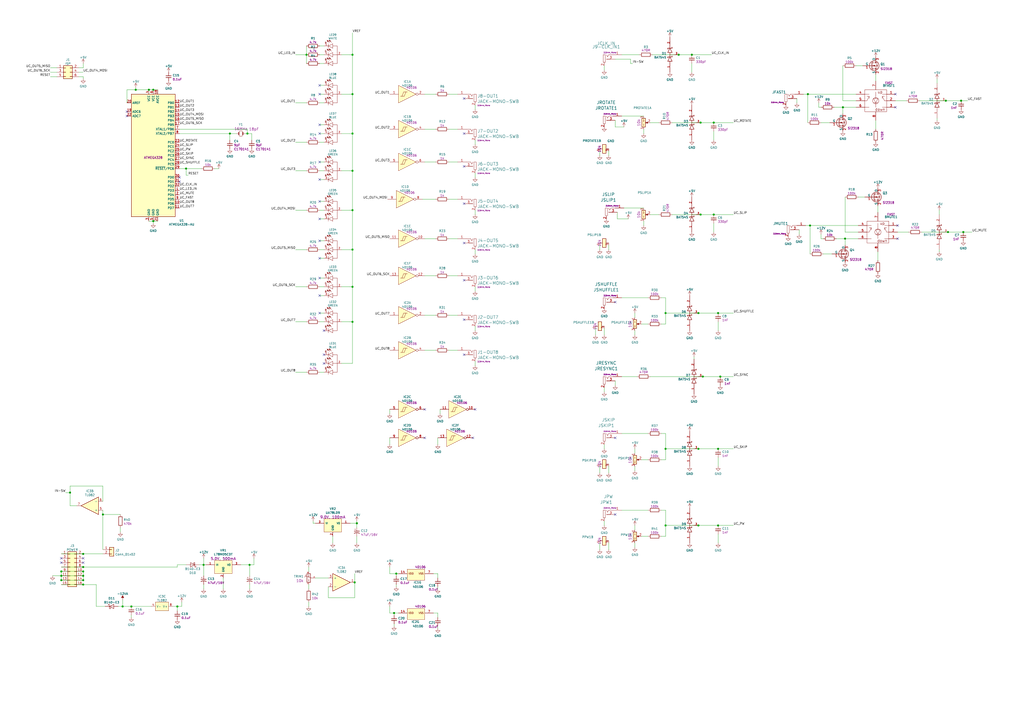
<source format=kicad_sch>
(kicad_sch (version 20210621) (generator eeschema)
  (paper "A2")
  (junction (at 35.56 331.47) (diameter 1.016))
  (junction (at 35.56 334.01) (diameter 1.016))
  (junction (at 35.56 336.55) (diameter 1.016))
  (junction (at 40.64 285.75) (diameter 1.016))
  (junction (at 48.26 321.31) (diameter 1.016))
  (junction (at 48.26 328.93) (diameter 1.016))
  (junction (at 48.26 331.47) (diameter 1.016))
  (junction (at 48.26 334.01) (diameter 1.016))
  (junction (at 48.26 336.55) (diameter 1.016))
  (junction (at 48.26 339.09) (diameter 1.016))
  (junction (at 59.69 298.45) (diameter 1.016))
  (junction (at 71.12 351.79) (diameter 1.016))
  (junction (at 76.2 351.79) (diameter 1.016))
  (junction (at 78.74 52.07) (diameter 1.016))
  (junction (at 86.36 52.07) (diameter 1.016))
  (junction (at 88.9 52.07) (diameter 1.016))
  (junction (at 88.9 128.27) (diameter 1.016))
  (junction (at 102.87 351.79) (diameter 1.016))
  (junction (at 107.95 97.79) (diameter 1.016))
  (junction (at 118.11 327.66) (diameter 1.016))
  (junction (at 133.35 77.47) (diameter 1.016))
  (junction (at 143.51 77.47) (diameter 1.016))
  (junction (at 144.78 327.66) (diameter 1.016))
  (junction (at 177.8 31.75) (diameter 1.016))
  (junction (at 204.47 31.75) (diameter 1.016))
  (junction (at 204.47 54.61) (diameter 1.016))
  (junction (at 204.47 77.47) (diameter 1.016))
  (junction (at 204.47 99.06) (diameter 1.016))
  (junction (at 204.47 121.92) (diameter 1.016))
  (junction (at 204.47 144.78) (diameter 1.016))
  (junction (at 204.47 166.37) (diameter 1.016))
  (junction (at 204.47 186.69) (diameter 1.016))
  (junction (at 205.74 337.82) (diameter 1.016))
  (junction (at 207.01 303.53) (diameter 1.016))
  (junction (at 228.6 355.6) (diameter 1.016))
  (junction (at 229.87 332.74) (diameter 1.016))
  (junction (at 386.08 181.61) (diameter 1.016))
  (junction (at 386.08 260.35) (diameter 1.016))
  (junction (at 386.08 304.8) (diameter 1.016))
  (junction (at 393.7 31.75) (diameter 1.016))
  (junction (at 401.32 31.75) (diameter 1.016))
  (junction (at 405.13 181.61) (diameter 1.016))
  (junction (at 405.13 260.35) (diameter 1.016))
  (junction (at 405.13 304.8) (diameter 1.016))
  (junction (at 406.4 71.12) (diameter 1.016))
  (junction (at 406.4 124.46) (diameter 1.016))
  (junction (at 407.67 218.44) (diameter 1.016))
  (junction (at 414.02 71.12) (diameter 1.016))
  (junction (at 414.02 124.46) (diameter 1.016))
  (junction (at 416.56 181.61) (diameter 1.016))
  (junction (at 416.56 260.35) (diameter 1.016))
  (junction (at 416.56 304.8) (diameter 1.016))
  (junction (at 417.83 218.44) (diameter 1.016))
  (junction (at 468.63 54.61) (diameter 1.016))
  (junction (at 469.9 130.81) (diameter 1.016))
  (junction (at 488.95 62.23) (diameter 1.016))
  (junction (at 490.22 138.43) (diameter 1.016))
  (junction (at 548.64 58.42) (diameter 1.016))
  (junction (at 549.91 134.62) (diameter 1.016))
  (junction (at 557.53 58.42) (diameter 1.016))
  (junction (at 558.8 134.62) (diameter 1.016))
  (no_connect (at 35.56 323.85))
  (no_connect (at 35.56 326.39))
  (no_connect (at 48.26 323.85))
  (no_connect (at 48.26 326.39))
  (no_connect (at 73.66 64.77))
  (no_connect (at 73.66 67.31))
  (no_connect (at 104.14 102.87))
  (no_connect (at 104.14 105.41))
  (no_connect (at 185.42 49.53))
  (no_connect (at 185.42 54.61))
  (no_connect (at 185.42 72.39))
  (no_connect (at 185.42 77.47))
  (no_connect (at 185.42 93.98))
  (no_connect (at 185.42 104.14))
  (no_connect (at 185.42 116.84))
  (no_connect (at 185.42 127))
  (no_connect (at 185.42 139.7))
  (no_connect (at 185.42 149.86))
  (no_connect (at 185.42 161.29))
  (no_connect (at 185.42 171.45))
  (no_connect (at 185.42 181.61))
  (no_connect (at 187.96 191.77))
  (no_connect (at 187.96 205.74))
  (no_connect (at 187.96 210.82))
  (no_connect (at 246.38 237.49))
  (no_connect (at 246.38 254))
  (no_connect (at 269.24 57.15))
  (no_connect (at 269.24 77.47))
  (no_connect (at 269.24 96.52))
  (no_connect (at 269.24 118.11))
  (no_connect (at 269.24 140.97))
  (no_connect (at 269.24 162.56))
  (no_connect (at 269.24 185.42))
  (no_connect (at 269.24 205.74))
  (no_connect (at 274.32 254))
  (no_connect (at 275.59 237.49))
  (no_connect (at 356.87 175.26))
  (no_connect (at 356.87 254))
  (no_connect (at 356.87 298.45))
  (no_connect (at 519.43 54.61))
  (no_connect (at 519.43 62.23))
  (no_connect (at 520.7 130.81))
  (no_connect (at 520.7 138.43))
  (wire (pts (xy 29.21 39.37) (xy 33.02 39.37)))
  (wire (pts (xy 29.21 41.91) (xy 33.02 41.91)))
  (wire (pts (xy 29.21 44.45) (xy 33.02 44.45)))
  (wire (pts (xy 30.48 334.01) (xy 35.56 334.01)))
  (wire (pts (xy 35.56 321.31) (xy 48.26 321.31)))
  (wire (pts (xy 35.56 328.93) (xy 48.26 328.93)))
  (wire (pts (xy 35.56 331.47) (xy 35.56 334.01)))
  (wire (pts (xy 35.56 331.47) (xy 48.26 331.47)))
  (wire (pts (xy 35.56 334.01) (xy 35.56 336.55)))
  (wire (pts (xy 35.56 334.01) (xy 48.26 334.01)))
  (wire (pts (xy 35.56 336.55) (xy 48.26 336.55)))
  (wire (pts (xy 35.56 339.09) (xy 48.26 339.09)))
  (wire (pts (xy 38.1 285.75) (xy 40.64 285.75)))
  (wire (pts (xy 40.64 281.94) (xy 59.69 281.94)))
  (wire (pts (xy 40.64 285.75) (xy 40.64 281.94)))
  (wire (pts (xy 40.64 293.37) (xy 40.64 285.75)))
  (wire (pts (xy 44.45 293.37) (xy 40.64 293.37)))
  (wire (pts (xy 45.72 41.91) (xy 48.26 41.91)))
  (wire (pts (xy 45.72 44.45) (xy 48.26 44.45)))
  (wire (pts (xy 48.26 36.83) (xy 48.26 39.37)))
  (wire (pts (xy 48.26 39.37) (xy 45.72 39.37)))
  (wire (pts (xy 48.26 44.45) (xy 48.26 45.72)))
  (wire (pts (xy 48.26 321.31) (xy 59.69 321.31)))
  (wire (pts (xy 48.26 328.93) (xy 102.87 328.93)))
  (wire (pts (xy 48.26 331.47) (xy 48.26 334.01)))
  (wire (pts (xy 48.26 334.01) (xy 48.26 336.55)))
  (wire (pts (xy 48.26 339.09) (xy 55.88 339.09)))
  (wire (pts (xy 55.88 351.79) (xy 55.88 339.09)))
  (wire (pts (xy 59.69 281.94) (xy 59.69 290.83)))
  (wire (pts (xy 59.69 295.91) (xy 59.69 298.45)))
  (wire (pts (xy 59.69 298.45) (xy 59.69 318.77)))
  (wire (pts (xy 59.69 298.45) (xy 69.85 298.45)))
  (wire (pts (xy 60.96 351.79) (xy 55.88 351.79)))
  (wire (pts (xy 68.58 351.79) (xy 71.12 351.79)))
  (wire (pts (xy 69.85 306.07) (xy 69.85 308.61)))
  (wire (pts (xy 71.12 347.98) (xy 71.12 351.79)))
  (wire (pts (xy 71.12 351.79) (xy 76.2 351.79)))
  (wire (pts (xy 73.66 52.07) (xy 78.74 52.07)))
  (wire (pts (xy 73.66 59.69) (xy 73.66 52.07)))
  (wire (pts (xy 76.2 351.79) (xy 87.63 351.79)))
  (wire (pts (xy 76.2 356.87) (xy 76.2 358.14)))
  (wire (pts (xy 78.74 50.8) (xy 78.74 52.07)))
  (wire (pts (xy 78.74 52.07) (xy 86.36 52.07)))
  (wire (pts (xy 86.36 52.07) (xy 88.9 52.07)))
  (wire (pts (xy 86.36 128.27) (xy 88.9 128.27)))
  (wire (pts (xy 88.9 52.07) (xy 91.44 52.07)))
  (wire (pts (xy 88.9 128.27) (xy 88.9 129.54)))
  (wire (pts (xy 88.9 128.27) (xy 91.44 128.27)))
  (wire (pts (xy 100.33 351.79) (xy 102.87 351.79)))
  (wire (pts (xy 102.87 327.66) (xy 107.95 327.66)))
  (wire (pts (xy 102.87 328.93) (xy 102.87 327.66)))
  (wire (pts (xy 102.87 351.79) (xy 102.87 354.33)))
  (wire (pts (xy 102.87 351.79) (xy 105.41 351.79)))
  (wire (pts (xy 104.14 74.93) (xy 143.51 74.93)))
  (wire (pts (xy 104.14 77.47) (xy 133.35 77.47)))
  (wire (pts (xy 104.14 97.79) (xy 107.95 97.79)))
  (wire (pts (xy 105.41 351.79) (xy 105.41 349.25)))
  (wire (pts (xy 107.95 97.79) (xy 116.84 97.79)))
  (wire (pts (xy 107.95 101.6) (xy 107.95 97.79)))
  (wire (pts (xy 109.22 101.6) (xy 107.95 101.6)))
  (wire (pts (xy 115.57 327.66) (xy 118.11 327.66)))
  (wire (pts (xy 118.11 323.85) (xy 118.11 327.66)))
  (wire (pts (xy 118.11 327.66) (xy 118.11 334.01)))
  (wire (pts (xy 118.11 327.66) (xy 119.38 327.66)))
  (wire (pts (xy 118.11 339.09) (xy 118.11 341.63)))
  (wire (pts (xy 124.46 97.79) (xy 127 97.79)))
  (wire (pts (xy 129.54 335.28) (xy 129.54 341.63)))
  (wire (pts (xy 133.35 77.47) (xy 133.35 81.28)))
  (wire (pts (xy 133.35 77.47) (xy 137.16 77.47)))
  (wire (pts (xy 139.7 327.66) (xy 144.78 327.66)))
  (wire (pts (xy 142.24 77.47) (xy 143.51 77.47)))
  (wire (pts (xy 143.51 74.93) (xy 143.51 77.47)))
  (wire (pts (xy 143.51 77.47) (xy 146.05 77.47)))
  (wire (pts (xy 144.78 327.66) (xy 144.78 334.01)))
  (wire (pts (xy 144.78 339.09) (xy 144.78 341.63)))
  (wire (pts (xy 146.05 77.47) (xy 146.05 81.28)))
  (wire (pts (xy 147.32 323.85) (xy 147.32 327.66)))
  (wire (pts (xy 147.32 327.66) (xy 144.78 327.66)))
  (wire (pts (xy 171.45 31.75) (xy 177.8 31.75)))
  (wire (pts (xy 171.45 59.69) (xy 177.8 59.69)))
  (wire (pts (xy 171.45 82.55) (xy 177.8 82.55)))
  (wire (pts (xy 171.45 99.06) (xy 177.8 99.06)))
  (wire (pts (xy 171.45 121.92) (xy 177.8 121.92)))
  (wire (pts (xy 171.45 144.78) (xy 177.8 144.78)))
  (wire (pts (xy 171.45 166.37) (xy 177.8 166.37)))
  (wire (pts (xy 171.45 186.69) (xy 177.8 186.69)))
  (wire (pts (xy 171.45 215.9) (xy 177.8 215.9)))
  (wire (pts (xy 177.8 26.67) (xy 177.8 31.75)))
  (wire (pts (xy 177.8 31.75) (xy 177.8 36.83)))
  (wire (pts (xy 179.07 328.93) (xy 179.07 331.47)))
  (wire (pts (xy 179.07 339.09) (xy 179.07 341.63)))
  (wire (pts (xy 179.07 349.25) (xy 179.07 351.79)))
  (wire (pts (xy 181.61 303.53) (xy 181.61 302.26)))
  (wire (pts (xy 182.88 303.53) (xy 181.61 303.53)))
  (wire (pts (xy 182.88 335.28) (xy 190.5 335.28)))
  (wire (pts (xy 185.42 26.67) (xy 187.96 26.67)))
  (wire (pts (xy 185.42 31.75) (xy 187.96 31.75)))
  (wire (pts (xy 185.42 36.83) (xy 187.96 36.83)))
  (wire (pts (xy 185.42 49.53) (xy 187.96 49.53)))
  (wire (pts (xy 185.42 54.61) (xy 187.96 54.61)))
  (wire (pts (xy 185.42 59.69) (xy 187.96 59.69)))
  (wire (pts (xy 185.42 72.39) (xy 187.96 72.39)))
  (wire (pts (xy 185.42 77.47) (xy 187.96 77.47)))
  (wire (pts (xy 185.42 82.55) (xy 187.96 82.55)))
  (wire (pts (xy 185.42 93.98) (xy 187.96 93.98)))
  (wire (pts (xy 185.42 99.06) (xy 187.96 99.06)))
  (wire (pts (xy 185.42 104.14) (xy 187.96 104.14)))
  (wire (pts (xy 185.42 116.84) (xy 187.96 116.84)))
  (wire (pts (xy 185.42 121.92) (xy 187.96 121.92)))
  (wire (pts (xy 185.42 127) (xy 187.96 127)))
  (wire (pts (xy 185.42 139.7) (xy 187.96 139.7)))
  (wire (pts (xy 185.42 144.78) (xy 187.96 144.78)))
  (wire (pts (xy 185.42 149.86) (xy 187.96 149.86)))
  (wire (pts (xy 185.42 161.29) (xy 187.96 161.29)))
  (wire (pts (xy 185.42 166.37) (xy 187.96 166.37)))
  (wire (pts (xy 185.42 171.45) (xy 187.96 171.45)))
  (wire (pts (xy 185.42 181.61) (xy 187.96 181.61)))
  (wire (pts (xy 185.42 186.69) (xy 187.96 186.69)))
  (wire (pts (xy 185.42 215.9) (xy 187.96 215.9)))
  (wire (pts (xy 190.5 340.36) (xy 190.5 346.71)))
  (wire (pts (xy 190.5 346.71) (xy 205.74 346.71)))
  (wire (pts (xy 193.04 311.15) (xy 193.04 314.96)))
  (wire (pts (xy 198.12 31.75) (xy 204.47 31.75)))
  (wire (pts (xy 198.12 54.61) (xy 204.47 54.61)))
  (wire (pts (xy 198.12 77.47) (xy 204.47 77.47)))
  (wire (pts (xy 198.12 99.06) (xy 204.47 99.06)))
  (wire (pts (xy 198.12 121.92) (xy 204.47 121.92)))
  (wire (pts (xy 198.12 144.78) (xy 204.47 144.78)))
  (wire (pts (xy 198.12 166.37) (xy 204.47 166.37)))
  (wire (pts (xy 198.12 186.69) (xy 204.47 186.69)))
  (wire (pts (xy 198.12 210.82) (xy 204.47 210.82)))
  (wire (pts (xy 203.2 303.53) (xy 207.01 303.53)))
  (wire (pts (xy 204.47 19.05) (xy 204.47 31.75)))
  (wire (pts (xy 204.47 54.61) (xy 204.47 31.75)))
  (wire (pts (xy 204.47 77.47) (xy 204.47 54.61)))
  (wire (pts (xy 204.47 99.06) (xy 204.47 77.47)))
  (wire (pts (xy 204.47 121.92) (xy 204.47 99.06)))
  (wire (pts (xy 204.47 144.78) (xy 204.47 121.92)))
  (wire (pts (xy 204.47 144.78) (xy 204.47 166.37)))
  (wire (pts (xy 204.47 166.37) (xy 204.47 186.69)))
  (wire (pts (xy 204.47 186.69) (xy 204.47 210.82)))
  (wire (pts (xy 205.74 332.74) (xy 205.74 337.82)))
  (wire (pts (xy 205.74 346.71) (xy 205.74 337.82)))
  (wire (pts (xy 207.01 302.26) (xy 207.01 303.53)))
  (wire (pts (xy 207.01 303.53) (xy 207.01 306.07)))
  (wire (pts (xy 207.01 311.15) (xy 207.01 314.96)))
  (wire (pts (xy 226.06 240.03) (xy 226.06 237.49)))
  (wire (pts (xy 226.06 254) (xy 226.06 257.81)))
  (wire (pts (xy 226.06 328.93) (xy 226.06 332.74)))
  (wire (pts (xy 226.06 332.74) (xy 229.87 332.74)))
  (wire (pts (xy 226.06 351.79) (xy 226.06 355.6)))
  (wire (pts (xy 226.06 355.6) (xy 228.6 355.6)))
  (wire (pts (xy 228.6 355.6) (xy 228.6 356.87)))
  (wire (pts (xy 228.6 355.6) (xy 231.14 355.6)))
  (wire (pts (xy 228.6 361.95) (xy 228.6 363.22)))
  (wire (pts (xy 229.87 332.74) (xy 229.87 334.01)))
  (wire (pts (xy 229.87 332.74) (xy 231.14 332.74)))
  (wire (pts (xy 229.87 339.09) (xy 229.87 340.36)))
  (wire (pts (xy 245.11 115.57) (xy 252.73 115.57)))
  (wire (pts (xy 246.38 54.61) (xy 252.73 54.61)))
  (wire (pts (xy 246.38 74.93) (xy 252.73 74.93)))
  (wire (pts (xy 246.38 93.98) (xy 252.73 93.98)))
  (wire (pts (xy 246.38 138.43) (xy 252.73 138.43)))
  (wire (pts (xy 246.38 160.02) (xy 252.73 160.02)))
  (wire (pts (xy 246.38 182.88) (xy 252.73 182.88)))
  (wire (pts (xy 246.38 203.2) (xy 252.73 203.2)))
  (wire (pts (xy 251.46 332.74) (xy 254 332.74)))
  (wire (pts (xy 251.46 355.6) (xy 254 355.6)))
  (wire (pts (xy 254 254) (xy 254 257.81)))
  (wire (pts (xy 254 332.74) (xy 254 335.28)))
  (wire (pts (xy 254 340.36) (xy 254 341.63)))
  (wire (pts (xy 254 355.6) (xy 254 358.14)))
  (wire (pts (xy 254 363.22) (xy 254 364.49)))
  (wire (pts (xy 255.27 237.49) (xy 255.27 240.03)))
  (wire (pts (xy 260.35 54.61) (xy 265.43 54.61)))
  (wire (pts (xy 260.35 74.93) (xy 265.43 74.93)))
  (wire (pts (xy 260.35 93.98) (xy 265.43 93.98)))
  (wire (pts (xy 260.35 115.57) (xy 265.43 115.57)))
  (wire (pts (xy 260.35 138.43) (xy 265.43 138.43)))
  (wire (pts (xy 260.35 160.02) (xy 265.43 160.02)))
  (wire (pts (xy 260.35 182.88) (xy 265.43 182.88)))
  (wire (pts (xy 260.35 203.2) (xy 265.43 203.2)))
  (wire (pts (xy 275.59 60.96) (xy 275.59 63.5)))
  (wire (pts (xy 275.59 81.28) (xy 275.59 83.82)))
  (wire (pts (xy 275.59 100.33) (xy 275.59 102.87)))
  (wire (pts (xy 275.59 121.92) (xy 275.59 124.46)))
  (wire (pts (xy 275.59 144.78) (xy 275.59 147.32)))
  (wire (pts (xy 275.59 166.37) (xy 275.59 168.91)))
  (wire (pts (xy 275.59 189.23) (xy 275.59 191.77)))
  (wire (pts (xy 275.59 209.55) (xy 275.59 212.09)))
  (wire (pts (xy 345.44 190.5) (xy 345.44 194.31)))
  (wire (pts (xy 347.98 87.63) (xy 347.98 90.17)))
  (wire (pts (xy 347.98 142.24) (xy 347.98 144.78)))
  (wire (pts (xy 347.98 270.51) (xy 347.98 274.32)))
  (wire (pts (xy 347.98 314.96) (xy 347.98 318.77)))
  (wire (pts (xy 350.52 38.1) (xy 350.52 40.64)))
  (wire (pts (xy 350.52 190.5) (xy 350.52 194.31)))
  (wire (pts (xy 350.52 224.79) (xy 350.52 227.33)))
  (wire (pts (xy 350.52 257.81) (xy 350.52 260.35)))
  (wire (pts (xy 350.52 302.26) (xy 350.52 304.8)))
  (wire (pts (xy 353.06 87.63) (xy 353.06 90.17)))
  (wire (pts (xy 353.06 142.24) (xy 353.06 144.78)))
  (wire (pts (xy 353.06 270.51) (xy 353.06 274.32)))
  (wire (pts (xy 353.06 314.96) (xy 353.06 318.77)))
  (wire (pts (xy 356.87 34.29) (xy 365.76 34.29)))
  (wire (pts (xy 356.87 69.85) (xy 356.87 73.66)))
  (wire (pts (xy 356.87 73.66) (xy 361.95 73.66)))
  (wire (pts (xy 356.87 220.98) (xy 356.87 223.52)))
  (wire (pts (xy 358.14 123.19) (xy 358.14 127)))
  (wire (pts (xy 358.14 127) (xy 364.49 127)))
  (wire (pts (xy 360.68 31.75) (xy 370.84 31.75)))
  (wire (pts (xy 360.68 67.31) (xy 373.38 67.31)))
  (wire (pts (xy 360.68 172.72) (xy 375.92 172.72)))
  (wire (pts (xy 360.68 218.44) (xy 369.57 218.44)))
  (wire (pts (xy 360.68 251.46) (xy 375.92 251.46)))
  (wire (pts (xy 360.68 295.91) (xy 375.92 295.91)))
  (wire (pts (xy 361.95 120.65) (xy 373.38 120.65)))
  (wire (pts (xy 365.76 34.29) (xy 365.76 36.83)))
  (wire (pts (xy 365.76 36.83) (xy 367.03 36.83)))
  (wire (pts (xy 368.3 181.61) (xy 368.3 184.15)))
  (wire (pts (xy 368.3 191.77) (xy 368.3 194.31)))
  (wire (pts (xy 368.3 260.35) (xy 368.3 262.89)))
  (wire (pts (xy 368.3 270.51) (xy 368.3 273.05)))
  (wire (pts (xy 368.3 304.8) (xy 368.3 307.34)))
  (wire (pts (xy 368.3 314.96) (xy 368.3 317.5)))
  (wire (pts (xy 372.11 187.96) (xy 375.92 187.96)))
  (wire (pts (xy 372.11 266.7) (xy 375.92 266.7)))
  (wire (pts (xy 372.11 311.15) (xy 375.92 311.15)))
  (wire (pts (xy 373.38 74.93) (xy 373.38 77.47)))
  (wire (pts (xy 373.38 128.27) (xy 373.38 130.81)))
  (wire (pts (xy 377.19 71.12) (xy 382.27 71.12)))
  (wire (pts (xy 377.19 124.46) (xy 382.27 124.46)))
  (wire (pts (xy 377.19 218.44) (xy 407.67 218.44)))
  (wire (pts (xy 378.46 31.75) (xy 393.7 31.75)))
  (wire (pts (xy 383.54 187.96) (xy 386.08 187.96)))
  (wire (pts (xy 383.54 266.7) (xy 386.08 266.7)))
  (wire (pts (xy 383.54 311.15) (xy 386.08 311.15)))
  (wire (pts (xy 386.08 172.72) (xy 383.54 172.72)))
  (wire (pts (xy 386.08 181.61) (xy 386.08 172.72)))
  (wire (pts (xy 386.08 181.61) (xy 405.13 181.61)))
  (wire (pts (xy 386.08 187.96) (xy 386.08 181.61)))
  (wire (pts (xy 386.08 251.46) (xy 383.54 251.46)))
  (wire (pts (xy 386.08 260.35) (xy 386.08 251.46)))
  (wire (pts (xy 386.08 260.35) (xy 405.13 260.35)))
  (wire (pts (xy 386.08 266.7) (xy 386.08 260.35)))
  (wire (pts (xy 386.08 295.91) (xy 383.54 295.91)))
  (wire (pts (xy 386.08 304.8) (xy 386.08 295.91)))
  (wire (pts (xy 386.08 304.8) (xy 405.13 304.8)))
  (wire (pts (xy 386.08 311.15) (xy 386.08 304.8)))
  (wire (pts (xy 389.89 71.12) (xy 406.4 71.12)))
  (wire (pts (xy 389.89 124.46) (xy 406.4 124.46)))
  (wire (pts (xy 393.7 31.75) (xy 401.32 31.75)))
  (wire (pts (xy 401.32 31.75) (xy 412.75 31.75)))
  (wire (pts (xy 401.32 36.83) (xy 401.32 41.91)))
  (wire (pts (xy 402.59 207.01) (xy 402.59 208.28)))
  (wire (pts (xy 405.13 181.61) (xy 416.56 181.61)))
  (wire (pts (xy 405.13 260.35) (xy 416.56 260.35)))
  (wire (pts (xy 405.13 304.8) (xy 416.56 304.8)))
  (wire (pts (xy 406.4 71.12) (xy 414.02 71.12)))
  (wire (pts (xy 406.4 124.46) (xy 414.02 124.46)))
  (wire (pts (xy 407.67 218.44) (xy 417.83 218.44)))
  (wire (pts (xy 414.02 71.12) (xy 425.45 71.12)))
  (wire (pts (xy 414.02 76.2) (xy 414.02 81.28)))
  (wire (pts (xy 414.02 124.46) (xy 425.45 124.46)))
  (wire (pts (xy 414.02 129.54) (xy 414.02 134.62)))
  (wire (pts (xy 416.56 181.61) (xy 425.45 181.61)))
  (wire (pts (xy 416.56 186.69) (xy 416.56 191.77)))
  (wire (pts (xy 416.56 260.35) (xy 425.45 260.35)))
  (wire (pts (xy 416.56 265.43) (xy 416.56 270.51)))
  (wire (pts (xy 416.56 304.8) (xy 425.45 304.8)))
  (wire (pts (xy 416.56 309.88) (xy 416.56 314.96)))
  (wire (pts (xy 417.83 218.44) (xy 425.45 218.44)))
  (wire (pts (xy 462.28 57.15) (xy 462.28 59.69)))
  (wire (pts (xy 463.55 133.35) (xy 463.55 135.89)))
  (wire (pts (xy 468.63 54.61) (xy 466.09 54.61)))
  (wire (pts (xy 468.63 54.61) (xy 468.63 71.12)))
  (wire (pts (xy 469.9 130.81) (xy 467.36 130.81)))
  (wire (pts (xy 469.9 130.81) (xy 469.9 147.32)))
  (wire (pts (xy 474.98 59.69) (xy 474.98 62.23)))
  (wire (pts (xy 474.98 62.23) (xy 476.25 62.23)))
  (wire (pts (xy 476.25 135.89) (xy 476.25 138.43)))
  (wire (pts (xy 476.25 138.43) (xy 477.52 138.43)))
  (wire (pts (xy 481.33 71.12) (xy 476.25 71.12)))
  (wire (pts (xy 482.6 147.32) (xy 477.52 147.32)))
  (wire (pts (xy 488.95 58.42) (xy 488.95 38.1)))
  (wire (pts (xy 488.95 62.23) (xy 483.87 62.23)))
  (wire (pts (xy 488.95 62.23) (xy 488.95 66.04)))
  (wire (pts (xy 490.22 134.62) (xy 490.22 114.3)))
  (wire (pts (xy 490.22 138.43) (xy 485.14 138.43)))
  (wire (pts (xy 490.22 138.43) (xy 490.22 142.24)))
  (wire (pts (xy 496.57 54.61) (xy 468.63 54.61)))
  (wire (pts (xy 496.57 58.42) (xy 488.95 58.42)))
  (wire (pts (xy 496.57 62.23) (xy 488.95 62.23)))
  (wire (pts (xy 497.84 130.81) (xy 469.9 130.81)))
  (wire (pts (xy 497.84 134.62) (xy 490.22 134.62)))
  (wire (pts (xy 497.84 138.43) (xy 490.22 138.43)))
  (wire (pts (xy 500.38 38.1) (xy 496.57 38.1)))
  (wire (pts (xy 501.65 114.3) (xy 497.84 114.3)))
  (wire (pts (xy 508 43.18) (xy 508 46.99)))
  (wire (pts (xy 508 69.85) (xy 508 74.93)))
  (wire (pts (xy 509.27 119.38) (xy 509.27 123.19)))
  (wire (pts (xy 509.27 146.05) (xy 509.27 151.13)))
  (wire (pts (xy 525.78 58.42) (xy 519.43 58.42)))
  (wire (pts (xy 527.05 134.62) (xy 520.7 134.62)))
  (wire (pts (xy 543.56 45.72) (xy 543.56 48.26)))
  (wire (pts (xy 543.56 68.58) (xy 543.56 69.85)))
  (wire (pts (xy 544.83 121.92) (xy 544.83 124.46)))
  (wire (pts (xy 544.83 144.78) (xy 544.83 146.05)))
  (wire (pts (xy 548.64 58.42) (xy 533.4 58.42)))
  (wire (pts (xy 549.91 134.62) (xy 534.67 134.62)))
  (wire (pts (xy 557.53 58.42) (xy 548.64 58.42)))
  (wire (pts (xy 558.8 134.62) (xy 549.91 134.62)))
  (wire (pts (xy 561.34 58.42) (xy 557.53 58.42)))
  (wire (pts (xy 563.88 134.62) (xy 558.8 134.62)))
  (label "UC_OUT5_MISO" (at 29.21 39.37 180))
  (label "UC_OUT6_SCK" (at 29.21 41.91 180))
  (label "RESET" (at 29.21 44.45 180))
  (label "IN-SW" (at 38.1 285.75 180))
  (label "UC_OUT4_MOSI" (at 48.26 41.91 0))
  (label "UC_OUT1" (at 104.14 59.69 0))
  (label "UC_OUT2" (at 104.14 62.23 0))
  (label "UC_OUT3" (at 104.14 64.77 0))
  (label "UC_OUT4_MOSI" (at 104.14 67.31 0))
  (label "UC_OUT5_MISO" (at 104.14 69.85 0))
  (label "UC_OUT6_SCK" (at 104.14 72.39 0))
  (label "UC_ROTATE" (at 104.14 82.55 0))
  (label "UC_SLIP" (at 104.14 85.09 0))
  (label "UC_PW" (at 104.14 87.63 0))
  (label "UC_SKIP" (at 104.14 90.17 0))
  (label "UC_SYNC" (at 104.14 92.71 0))
  (label "UC_SHUFFLE" (at 104.14 95.25 0))
  (label "UC_CLK_IN" (at 104.14 107.95 0))
  (label "UC_LED_IN" (at 104.14 110.49 0))
  (label "UC_MUTE" (at 104.14 113.03 0))
  (label "UC_FAST" (at 104.14 115.57 0))
  (label "UC_OUT8" (at 104.14 118.11 0))
  (label "UC_OUT7" (at 104.14 120.65 0))
  (label "RESET" (at 109.22 101.6 0))
  (label "UC_LED_IN" (at 171.45 31.75 180))
  (label "UC_OUT1" (at 171.45 59.69 180))
  (label "UC_OUT2" (at 171.45 82.55 180))
  (label "UC_OUT3" (at 171.45 99.06 180))
  (label "UC_OUT4_MOSI" (at 171.45 121.92 180))
  (label "UC_OUT5_MISO" (at 171.45 144.78 180))
  (label "UC_OUT6_SCK" (at 171.45 166.37 180))
  (label "UC_OUT7" (at 171.45 186.69 180))
  (label "UC_OUT8" (at 171.45 215.9 180))
  (label "VREF" (at 204.47 19.05 0))
  (label "VREF" (at 205.74 332.74 0))
  (label "UC_OUT4_MOSI" (at 224.79 115.57 180))
  (label "UC_OUT1" (at 226.06 54.61 180))
  (label "UC_OUT2" (at 226.06 74.93 180))
  (label "UC_OUT3" (at 226.06 93.98 180))
  (label "UC_OUT5_MISO" (at 226.06 138.43 180))
  (label "UC_OUT6_SCK" (at 226.06 160.02 180))
  (label "UC_OUT7" (at 226.06 182.88 180))
  (label "UC_OUT8" (at 226.06 203.2 180))
  (label "IN-SW" (at 367.03 36.83 0))
  (label "UC_CLK_IN" (at 412.75 31.75 0))
  (label "UC_ROTATE" (at 425.45 71.12 0))
  (label "UC_SLIP" (at 425.45 124.46 0))
  (label "UC_SHUFFLE" (at 425.45 181.61 0))
  (label "UC_SYNC" (at 425.45 218.44 0))
  (label "UC_SKIP" (at 425.45 260.35 0))
  (label "UC_PW" (at 425.45 304.8 0))
  (label "UC_FAST" (at 561.34 58.42 0))
  (label "UC_MUTE" (at 563.88 134.62 0))
  (symbol (lib_id "4ms_Power_Symbol:+5V") (at 48.26 36.83 0) (unit 1)
    (property "Reference" "#PWR0144" (effects hide))
    (property "Value" "+5V" (at 48.26 33.2826 0))
  )
  (symbol (lib_id "4ms_Power_Symbol:-12VA") (at 71.12 347.98 0) (unit 1)
    (property "Reference" "#PWR0209" (effects hide))
    (property "Value" "-12VA" (at 71.12 344.4326 0))
  )
  (symbol (lib_id "4ms_Power_Symbol:+5V") (at 78.74 50.8 0) (unit 1)
    (property "Reference" "#PWR0146" (effects hide))
    (property "Value" "+5V" (at 78.74 47.2526 0))
  )
  (symbol (lib_id "4ms_Power_Symbol:+5V") (at 97.79 41.91 0) (unit 1)
    (property "Reference" "#PWR0156" (effects hide))
    (property "Value" "+5V" (at 97.79 38.3626 0))
  )
  (symbol (lib_id "4ms_Power_Symbol:+12V") (at 105.41 349.25 0) (unit 1)
    (property "Reference" "#PWR0137" (effects hide))
    (property "Value" "+12V" (at 105.41 345.7026 0))
  )
  (symbol (lib_id "4ms_Power_Symbol:+12V") (at 118.11 323.85 0) (unit 1)
    (property "Reference" "#PWR0139" (effects hide))
    (property "Value" "+12V" (at 118.11 320.3026 0))
  )
  (symbol (lib_id "4ms_Power_Symbol:+5V") (at 127 97.79 0) (unit 1)
    (property "Reference" "#PWR0148" (effects hide))
    (property "Value" "+5V" (at 127 94.2426 0))
  )
  (symbol (lib_id "4ms_Power_Symbol:+5V") (at 147.32 323.85 0) (unit 1)
    (property "Reference" "#PWR0152" (effects hide))
    (property "Value" "+5V" (at 147.32 320.3026 0))
  )
  (symbol (lib_id "4ms_Power_Symbol:+5V") (at 179.07 328.93 0) (unit 1)
    (property "Reference" "#PWR0153" (effects hide))
    (property "Value" "+5V" (at 179.07 325.3826 0))
  )
  (symbol (lib_id "4ms_Power_Symbol:+12V") (at 181.61 302.26 0) (unit 1)
    (property "Reference" "#PWR0134" (effects hide))
    (property "Value" "+12V" (at 181.61 298.7126 0))
  )
  (symbol (lib_id "4ms_Power_Symbol:+9V") (at 207.01 302.26 0) (unit 1)
    (property "Reference" "#PWR0131" (effects hide))
    (property "Value" "+9V" (at 207.01 298.7126 0))
  )
  (symbol (lib_id "4ms_Power_Symbol:+9V") (at 226.06 328.93 0) (unit 1)
    (property "Reference" "#PWR0143" (effects hide))
    (property "Value" "+9V" (at 226.06 325.3826 0))
  )
  (symbol (lib_id "4ms_Power_Symbol:+9V") (at 226.06 351.79 0) (unit 1)
    (property "Reference" "#PWR0142" (effects hide))
    (property "Value" "+9V" (at 226.06 348.2426 0))
  )
  (symbol (lib_id "4ms_Power_Symbol:+5V") (at 361.95 73.66 0) (unit 1)
    (property "Reference" "#PWR0193" (effects hide))
    (property "Value" "+5V" (at 361.95 70.1126 0))
  )
  (symbol (lib_id "4ms_Power_Symbol:+5V") (at 364.49 127 0) (unit 1)
    (property "Reference" "#PWR0168" (effects hide))
    (property "Value" "+5V" (at 364.49 123.4526 0))
  )
  (symbol (lib_id "4ms_Power_Symbol:+5V") (at 368.3 181.61 0) (unit 1)
    (property "Reference" "#PWR0164" (effects hide))
    (property "Value" "+5V" (at 368.3 178.0626 0))
  )
  (symbol (lib_id "4ms_Power_Symbol:+5V") (at 368.3 260.35 0) (unit 1)
    (property "Reference" "#PWR0106" (effects hide))
    (property "Value" "+5V" (at 368.3 256.8026 0))
  )
  (symbol (lib_id "4ms_Power_Symbol:+5V") (at 368.3 304.8 0) (unit 1)
    (property "Reference" "#PWR0116" (effects hide))
    (property "Value" "+5V" (at 368.3 301.2526 0))
  )
  (symbol (lib_id "4ms_Power_Symbol:+5V") (at 388.62 21.59 0) (unit 1)
    (property "Reference" "#PWR0195" (effects hide))
    (property "Value" "+5V" (at 388.62 18.0426 0))
  )
  (symbol (lib_id "4ms_Power_Symbol:+5V") (at 400.05 171.45 0) (unit 1)
    (property "Reference" "#PWR0163" (effects hide))
    (property "Value" "+5V" (at 400.05 167.9026 0))
  )
  (symbol (lib_id "4ms_Power_Symbol:+5V") (at 400.05 250.19 0) (unit 1)
    (property "Reference" "#PWR0103" (effects hide))
    (property "Value" "+5V" (at 400.05 246.6426 0))
  )
  (symbol (lib_id "4ms_Power_Symbol:+5V") (at 400.05 294.64 0) (unit 1)
    (property "Reference" "#PWR0125" (effects hide))
    (property "Value" "+5V" (at 400.05 291.0926 0))
  )
  (symbol (lib_id "4ms_Power_Symbol:+5V") (at 401.32 60.96 0) (unit 1)
    (property "Reference" "#PWR0199" (effects hide))
    (property "Value" "+5V" (at 401.32 57.4126 0))
  )
  (symbol (lib_id "4ms_Power_Symbol:+5V") (at 401.32 114.3 0) (unit 1)
    (property "Reference" "#PWR0167" (effects hide))
    (property "Value" "+5V" (at 401.32 110.7526 0))
  )
  (symbol (lib_id "4ms_Power_Symbol:+5V") (at 402.59 207.01 0) (unit 1)
    (property "Reference" "#PWR0110" (effects hide))
    (property "Value" "+5V" (at 402.59 203.4626 0))
  )
  (symbol (lib_id "4ms_Power_Symbol:+12V") (at 474.98 59.69 0) (mirror y) (unit 1)
    (property "Reference" "#PWR0175" (effects hide))
    (property "Value" "+12V" (at 474.98 56.1426 0))
  )
  (symbol (lib_id "4ms_Power_Symbol:+12V") (at 476.25 135.89 0) (mirror y) (unit 1)
    (property "Reference" "#PWR0160" (effects hide))
    (property "Value" "+12V" (at 476.25 132.3426 0))
  )
  (symbol (lib_id "4ms_Power_Symbol:+12V") (at 508 33.02 0) (mirror y) (unit 1)
    (property "Reference" "#PWR0173" (effects hide))
    (property "Value" "+12V" (at 508 29.4726 0))
  )
  (symbol (lib_id "4ms_Power_Symbol:+12V") (at 509.27 109.22 0) (mirror y) (unit 1)
    (property "Reference" "#PWR0161" (effects hide))
    (property "Value" "+12V" (at 509.27 105.6726 0))
  )
  (symbol (lib_id "4ms_Power_Symbol:+5V") (at 543.56 45.72 0) (mirror y) (unit 1)
    (property "Reference" "#PWR0177" (effects hide))
    (property "Value" "+5V" (at 543.56 42.1726 0))
  )
  (symbol (lib_id "4ms_Power_Symbol:+5V") (at 544.83 121.92 0) (mirror y) (unit 1)
    (property "Reference" "#PWR0205" (effects hide))
    (property "Value" "+5V" (at 544.83 118.3726 0))
  )
  (symbol (lib_id "4ms_Power_Symbol:GND") (at 30.48 334.01 0) (unit 1)
    (property "Reference" "#PWR0141" (effects hide))
    (property "Value" "GND" (at 30.48 338.3344 0))
  )
  (symbol (lib_id "4ms_Power_Symbol:GND") (at 48.26 45.72 0) (unit 1)
    (property "Reference" "#PWR0145" (effects hide))
    (property "Value" "GND" (at 48.26 50.0444 0))
  )
  (symbol (lib_id "4ms_Power_Symbol:GND") (at 69.85 308.61 0) (unit 1)
    (property "Reference" "#PWR0140" (effects hide))
    (property "Value" "GND" (at 69.85 312.9344 0))
  )
  (symbol (lib_id "4ms_Power_Symbol:GND") (at 76.2 358.14 0) (unit 1)
    (property "Reference" "#PWR0136" (effects hide))
    (property "Value" "GND" (at 76.2 362.4644 0))
  )
  (symbol (lib_id "4ms_Power_Symbol:GND") (at 88.9 129.54 0) (unit 1)
    (property "Reference" "#PWR0135" (effects hide))
    (property "Value" "GND" (at 88.9 133.8644 0))
  )
  (symbol (lib_id "4ms_Power_Symbol:GND") (at 97.79 46.99 0) (unit 1)
    (property "Reference" "#PWR0157" (effects hide))
    (property "Value" "GND" (at 97.79 51.3144 0))
  )
  (symbol (lib_id "4ms_Power_Symbol:GND") (at 102.87 359.41 0) (unit 1)
    (property "Reference" "#PWR0208" (effects hide))
    (property "Value" "GND" (at 102.87 363.7344 0))
  )
  (symbol (lib_id "4ms_Power_Symbol:GND") (at 118.11 341.63 0) (unit 1)
    (property "Reference" "#PWR0138" (effects hide))
    (property "Value" "GND" (at 118.11 345.9544 0))
  )
  (symbol (lib_id "4ms_Power_Symbol:GND") (at 129.54 341.63 0) (unit 1)
    (property "Reference" "#PWR0151" (effects hide))
    (property "Value" "GND" (at 129.54 345.9544 0))
  )
  (symbol (lib_id "4ms_Power_Symbol:GND") (at 133.35 86.36 0) (unit 1)
    (property "Reference" "#PWR0149" (effects hide))
    (property "Value" "GND" (at 133.35 90.6844 0))
  )
  (symbol (lib_id "4ms_Power_Symbol:GND") (at 144.78 341.63 0) (unit 1)
    (property "Reference" "#PWR0154" (effects hide))
    (property "Value" "GND" (at 144.78 345.9544 0))
  )
  (symbol (lib_id "4ms_Power_Symbol:GND") (at 146.05 86.36 0) (unit 1)
    (property "Reference" "#PWR0101" (effects hide))
    (property "Value" "GND" (at 146.05 90.6844 0))
  )
  (symbol (lib_id "4ms_Power_Symbol:GND") (at 179.07 351.79 0) (unit 1)
    (property "Reference" "#PWR0155" (effects hide))
    (property "Value" "GND" (at 179.07 356.1144 0))
  )
  (symbol (lib_id "4ms_Power_Symbol:GND") (at 193.04 314.96 0) (unit 1)
    (property "Reference" "#PWR0132" (effects hide))
    (property "Value" "GND" (at 193.04 319.2844 0))
  )
  (symbol (lib_id "4ms_Power_Symbol:GND") (at 207.01 314.96 0) (unit 1)
    (property "Reference" "#PWR0130" (effects hide))
    (property "Value" "GND" (at 207.01 319.2844 0))
  )
  (symbol (lib_id "4ms_Power_Symbol:GND") (at 226.06 240.03 0) (unit 1)
    (property "Reference" "#PWR0127" (effects hide))
    (property "Value" "GND" (at 226.06 244.3544 0))
  )
  (symbol (lib_id "4ms_Power_Symbol:GND") (at 226.06 257.81 0) (unit 1)
    (property "Reference" "#PWR0128" (effects hide))
    (property "Value" "GND" (at 226.06 262.1344 0))
  )
  (symbol (lib_id "4ms_Power_Symbol:GND") (at 228.6 363.22 0) (unit 1)
    (property "Reference" "#PWR0210" (effects hide))
    (property "Value" "GND" (at 228.6 367.5444 0))
  )
  (symbol (lib_id "4ms_Power_Symbol:GND") (at 229.87 340.36 0) (unit 1)
    (property "Reference" "#PWR0211" (effects hide))
    (property "Value" "GND" (at 229.87 344.6844 0))
  )
  (symbol (lib_id "4ms_Power_Symbol:GND") (at 254 257.81 0) (unit 1)
    (property "Reference" "#PWR0133" (effects hide))
    (property "Value" "GND" (at 254 262.1344 0))
  )
  (symbol (lib_id "4ms_Power_Symbol:GND") (at 254 341.63 0) (unit 1)
    (property "Reference" "#PWR0213" (effects hide))
    (property "Value" "GND" (at 254 345.9544 0))
  )
  (symbol (lib_id "4ms_Power_Symbol:GND") (at 254 364.49 0) (unit 1)
    (property "Reference" "#PWR0212" (effects hide))
    (property "Value" "GND" (at 254 368.8144 0))
  )
  (symbol (lib_id "4ms_Power_Symbol:GND") (at 255.27 240.03 0) (unit 1)
    (property "Reference" "#PWR0129" (effects hide))
    (property "Value" "GND" (at 255.27 244.3544 0))
  )
  (symbol (lib_id "4ms_Power_Symbol:GND") (at 275.59 63.5 0) (unit 1)
    (property "Reference" "#PWR0181" (effects hide))
    (property "Value" "GND" (at 275.59 67.8244 0))
  )
  (symbol (lib_id "4ms_Power_Symbol:GND") (at 275.59 83.82 0) (unit 1)
    (property "Reference" "#PWR0182" (effects hide))
    (property "Value" "GND" (at 275.59 88.1444 0))
  )
  (symbol (lib_id "4ms_Power_Symbol:GND") (at 275.59 102.87 0) (unit 1)
    (property "Reference" "#PWR0183" (effects hide))
    (property "Value" "GND" (at 275.59 107.1944 0))
  )
  (symbol (lib_id "4ms_Power_Symbol:GND") (at 275.59 124.46 0) (unit 1)
    (property "Reference" "#PWR0186" (effects hide))
    (property "Value" "GND" (at 275.59 128.7844 0))
  )
  (symbol (lib_id "4ms_Power_Symbol:GND") (at 275.59 147.32 0) (unit 1)
    (property "Reference" "#PWR0189" (effects hide))
    (property "Value" "GND" (at 275.59 151.6444 0))
  )
  (symbol (lib_id "4ms_Power_Symbol:GND") (at 275.59 168.91 0) (unit 1)
    (property "Reference" "#PWR0187" (effects hide))
    (property "Value" "GND" (at 275.59 173.2344 0))
  )
  (symbol (lib_id "4ms_Power_Symbol:GND") (at 275.59 191.77 0) (unit 1)
    (property "Reference" "#PWR0188" (effects hide))
    (property "Value" "GND" (at 275.59 196.0944 0))
  )
  (symbol (lib_id "4ms_Power_Symbol:GND") (at 275.59 212.09 0) (unit 1)
    (property "Reference" "#PWR0102" (effects hide))
    (property "Value" "GND" (at 275.59 216.4144 0))
  )
  (symbol (lib_id "4ms_Power_Symbol:GND") (at 345.44 194.31 0) (unit 1)
    (property "Reference" "#PWR0112" (effects hide))
    (property "Value" "GND" (at 345.44 198.6344 0))
  )
  (symbol (lib_id "4ms_Power_Symbol:GND") (at 347.98 90.17 0) (unit 1)
    (property "Reference" "#PWR0185" (effects hide))
    (property "Value" "GND" (at 347.98 94.4944 0))
  )
  (symbol (lib_id "4ms_Power_Symbol:GND") (at 347.98 144.78 0) (unit 1)
    (property "Reference" "#PWR0171" (effects hide))
    (property "Value" "GND" (at 347.98 149.1044 0))
  )
  (symbol (lib_id "4ms_Power_Symbol:GND") (at 347.98 274.32 0) (unit 1)
    (property "Reference" "#PWR0119" (effects hide))
    (property "Value" "GND" (at 347.98 278.6444 0))
  )
  (symbol (lib_id "4ms_Power_Symbol:GND") (at 347.98 318.77 0) (unit 1)
    (property "Reference" "#PWR0120" (effects hide))
    (property "Value" "GND" (at 347.98 323.0944 0))
  )
  (symbol (lib_id "4ms_Power_Symbol:GND") (at 350.52 40.64 0) (unit 1)
    (property "Reference" "#PWR0197" (effects hide))
    (property "Value" "GND" (at 350.52 44.9644 0))
  )
  (symbol (lib_id "4ms_Power_Symbol:GND") (at 350.52 73.66 0) (unit 1)
    (property "Reference" "#PWR0191" (effects hide))
    (property "Value" "GND" (at 354.33 81.7944 0))
  )
  (symbol (lib_id "4ms_Power_Symbol:GND") (at 350.52 179.07 0) (unit 1)
    (property "Reference" "#PWR0165" (effects hide))
    (property "Value" "GND" (at 350.52 183.3944 0))
  )
  (symbol (lib_id "4ms_Power_Symbol:GND") (at 350.52 194.31 0) (unit 1)
    (property "Reference" "#PWR0113" (effects hide))
    (property "Value" "GND" (at 350.52 198.6344 0))
  )
  (symbol (lib_id "4ms_Power_Symbol:GND") (at 350.52 227.33 0) (unit 1)
    (property "Reference" "#PWR0109" (effects hide))
    (property "Value" "GND" (at 350.52 231.6544 0))
  )
  (symbol (lib_id "4ms_Power_Symbol:GND") (at 350.52 260.35 0) (unit 1)
    (property "Reference" "#PWR0108" (effects hide))
    (property "Value" "GND" (at 350.52 264.6744 0))
  )
  (symbol (lib_id "4ms_Power_Symbol:GND") (at 350.52 304.8 0) (unit 1)
    (property "Reference" "#PWR0121" (effects hide))
    (property "Value" "GND" (at 350.52 309.1244 0))
  )
  (symbol (lib_id "4ms_Power_Symbol:GND") (at 351.79 127 0) (unit 1)
    (property "Reference" "#PWR0170" (effects hide))
    (property "Value" "GND" (at 351.79 131.3244 0))
  )
  (symbol (lib_id "4ms_Power_Symbol:GND") (at 353.06 90.17 0) (unit 1)
    (property "Reference" "#PWR0184" (effects hide))
    (property "Value" "GND" (at 353.06 94.4944 0))
  )
  (symbol (lib_id "4ms_Power_Symbol:GND") (at 353.06 144.78 0) (unit 1)
    (property "Reference" "#PWR0172" (effects hide))
    (property "Value" "GND" (at 353.06 149.1044 0))
  )
  (symbol (lib_id "4ms_Power_Symbol:GND") (at 353.06 274.32 0) (unit 1)
    (property "Reference" "#PWR0117" (effects hide))
    (property "Value" "GND" (at 353.06 278.6444 0))
  )
  (symbol (lib_id "4ms_Power_Symbol:GND") (at 353.06 318.77 0) (unit 1)
    (property "Reference" "#PWR0122" (effects hide))
    (property "Value" "GND" (at 353.06 323.0944 0))
  )
  (symbol (lib_id "4ms_Power_Symbol:GND") (at 356.87 223.52 0) (unit 1)
    (property "Reference" "#PWR0107" (effects hide))
    (property "Value" "GND" (at 356.87 227.8444 0))
  )
  (symbol (lib_id "4ms_Power_Symbol:GND") (at 368.3 194.31 0) (unit 1)
    (property "Reference" "#PWR0111" (effects hide))
    (property "Value" "GND" (at 368.3 198.6344 0))
  )
  (symbol (lib_id "4ms_Power_Symbol:GND") (at 368.3 273.05 0) (unit 1)
    (property "Reference" "#PWR0118" (effects hide))
    (property "Value" "GND" (at 368.3 277.3744 0))
  )
  (symbol (lib_id "4ms_Power_Symbol:GND") (at 368.3 317.5 0) (unit 1)
    (property "Reference" "#PWR0126" (effects hide))
    (property "Value" "GND" (at 368.3 321.8244 0))
  )
  (symbol (lib_id "4ms_Power_Symbol:GND") (at 373.38 77.47 0) (unit 1)
    (property "Reference" "#PWR0192" (effects hide))
    (property "Value" "GND" (at 373.38 81.7944 0))
  )
  (symbol (lib_id "4ms_Power_Symbol:GND") (at 373.38 130.81 0) (unit 1)
    (property "Reference" "#PWR0169" (effects hide))
    (property "Value" "GND" (at 373.38 135.1344 0))
  )
  (symbol (lib_id "4ms_Power_Symbol:GND") (at 388.62 41.91 0) (unit 1)
    (property "Reference" "#PWR0196" (effects hide))
    (property "Value" "GND" (at 388.62 46.2344 0))
  )
  (symbol (lib_id "4ms_Power_Symbol:GND") (at 400.05 191.77 0) (unit 1)
    (property "Reference" "#PWR0200" (effects hide))
    (property "Value" "GND" (at 400.05 196.0944 0))
  )
  (symbol (lib_id "4ms_Power_Symbol:GND") (at 400.05 270.51 0) (unit 1)
    (property "Reference" "#PWR0115" (effects hide))
    (property "Value" "GND" (at 400.05 274.8344 0))
  )
  (symbol (lib_id "4ms_Power_Symbol:GND") (at 400.05 314.96 0) (unit 1)
    (property "Reference" "#PWR0123" (effects hide))
    (property "Value" "GND" (at 400.05 319.2844 0))
  )
  (symbol (lib_id "4ms_Power_Symbol:GND") (at 401.32 41.91 0) (unit 1)
    (property "Reference" "#PWR0194" (effects hide))
    (property "Value" "GND" (at 401.32 46.2344 0))
  )
  (symbol (lib_id "4ms_Power_Symbol:GND") (at 401.32 81.28 0) (unit 1)
    (property "Reference" "#PWR0198" (effects hide))
    (property "Value" "GND" (at 401.32 85.6044 0))
  )
  (symbol (lib_id "4ms_Power_Symbol:GND") (at 401.32 134.62 0) (unit 1)
    (property "Reference" "#PWR0166" (effects hide))
    (property "Value" "GND" (at 401.32 138.9444 0))
  )
  (symbol (lib_id "4ms_Power_Symbol:GND") (at 402.59 228.6 0) (unit 1)
    (property "Reference" "#PWR0104" (effects hide))
    (property "Value" "GND" (at 402.59 232.9244 0))
  )
  (symbol (lib_id "4ms_Power_Symbol:GND") (at 414.02 81.28 0) (unit 1)
    (property "Reference" "#PWR0190" (effects hide))
    (property "Value" "GND" (at 414.02 85.6044 0))
  )
  (symbol (lib_id "4ms_Power_Symbol:GND") (at 414.02 134.62 0) (unit 1)
    (property "Reference" "#PWR0201" (effects hide))
    (property "Value" "GND" (at 414.02 138.9444 0))
  )
  (symbol (lib_id "4ms_Power_Symbol:GND") (at 416.56 191.77 0) (unit 1)
    (property "Reference" "#PWR0202" (effects hide))
    (property "Value" "GND" (at 416.56 196.0944 0))
  )
  (symbol (lib_id "4ms_Power_Symbol:GND") (at 416.56 270.51 0) (unit 1)
    (property "Reference" "#PWR0114" (effects hide))
    (property "Value" "GND" (at 416.56 274.8344 0))
  )
  (symbol (lib_id "4ms_Power_Symbol:GND") (at 416.56 314.96 0) (unit 1)
    (property "Reference" "#PWR0124" (effects hide))
    (property "Value" "GND" (at 416.56 319.2844 0))
  )
  (symbol (lib_id "4ms_Power_Symbol:GND") (at 417.83 223.52 0) (unit 1)
    (property "Reference" "#PWR0105" (effects hide))
    (property "Value" "GND" (at 417.83 227.8444 0))
  )
  (symbol (lib_id "4ms_Power_Symbol:GND") (at 455.93 60.96 0) (mirror y) (unit 1)
    (property "Reference" "#PWR0179" (effects hide))
    (property "Value" "GND" (at 455.93 65.2844 0))
  )
  (symbol (lib_id "4ms_Power_Symbol:GND") (at 457.2 137.16 0) (mirror y) (unit 1)
    (property "Reference" "#PWR0158" (effects hide))
    (property "Value" "GND" (at 457.2 141.4844 0))
  )
  (symbol (lib_id "4ms_Power_Symbol:GND") (at 462.28 59.69 0) (mirror y) (unit 1)
    (property "Reference" "#PWR0180" (effects hide))
    (property "Value" "GND" (at 462.28 64.0144 0))
  )
  (symbol (lib_id "4ms_Power_Symbol:GND") (at 463.55 135.89 0) (mirror y) (unit 1)
    (property "Reference" "#PWR0159" (effects hide))
    (property "Value" "GND" (at 463.55 140.2144 0))
  )
  (symbol (lib_id "4ms_Power_Symbol:GND") (at 488.95 76.2 0) (mirror y) (unit 1)
    (property "Reference" "#PWR0174" (effects hide))
    (property "Value" "GND" (at 488.95 80.5244 0))
  )
  (symbol (lib_id "4ms_Power_Symbol:GND") (at 490.22 152.4 0) (mirror y) (unit 1)
    (property "Reference" "#PWR0203" (effects hide))
    (property "Value" "GND" (at 490.22 156.7244 0))
  )
  (symbol (lib_id "4ms_Power_Symbol:GND") (at 508 82.55 0) (mirror y) (unit 1)
    (property "Reference" "#PWR0162" (effects hide))
    (property "Value" "GND" (at 508 86.8744 0))
  )
  (symbol (lib_id "4ms_Power_Symbol:GND") (at 509.27 158.75 0) (mirror y) (unit 1)
    (property "Reference" "#PWR0204" (effects hide))
    (property "Value" "GND" (at 509.27 163.0744 0))
  )
  (symbol (lib_id "4ms_Power_Symbol:GND") (at 543.56 69.85 0) (mirror y) (unit 1)
    (property "Reference" "#PWR0178" (effects hide))
    (property "Value" "GND" (at 543.56 74.1744 0))
  )
  (symbol (lib_id "4ms_Power_Symbol:GND") (at 544.83 146.05 0) (mirror y) (unit 1)
    (property "Reference" "#PWR0206" (effects hide))
    (property "Value" "GND" (at 544.83 150.3744 0))
  )
  (symbol (lib_id "4ms_Power_Symbol:GND") (at 557.53 63.5 0) (mirror y) (unit 1)
    (property "Reference" "#PWR0176" (effects hide))
    (property "Value" "GND" (at 557.53 67.8244 0))
  )
  (symbol (lib_id "4ms_Power_Symbol:GND") (at 558.8 139.7 0) (mirror y) (unit 1)
    (property "Reference" "#PWR0207" (effects hide))
    (property "Value" "GND" (at 558.8 144.0244 0))
  )
  (symbol (lib_id "4ms_Crystal:16MHz_18pF_FA238") (at 139.7 77.47 0) (unit 1)
    (property "Reference" "Y1" (at 139.7 72.2188 0))
    (property "Value" "16MHz_18pF_FA238" (effects hide))
    (property "Footprint" "4ms_Crystal:FA-238" (effects hide))
    (property "Specifications" "16MHz 18pF 10ppm ESR:60ohms" (effects hide))
    (property "Manufacturer" "Epson Timing" (effects hide))
    (property "Part Number" "TSX-3225 16.0000MF18X-AC3" (effects hide))
    (property "Display" "16MHz" (at 139.7 74.722 0) (effects (font (size 1.524 1.524))))
    (property "Display 2" "18pF" (at 147.32 74.8896 0) (effects (font (size 1.524 1.524))))
    (property "JLCPCB ID" "C90906" (effects hide))
  )
  (symbol (lib_id "4ms_Resistor:470k_0603") (at 69.85 302.26 0) (unit 1)
    (property "Reference" "R40" (at 71.6281 301.4991 0) (effects (justify left)))
    (property "Value" "470k_0603" (effects hide))
    (property "Footprint" "4ms_Resistor:R_0603" (effects hide))
    (property "Specifications" "470K, 1%, 1/10W, 0603" (effects hide))
    (property "Manufacturer" "Yageo" (effects hide))
    (property "Part Number" "RC0603FR-0747KL" (effects hide))
    (property "Display" "470k" (at 71.6281 303.7978 0) (effects (justify left)))
    (property "JLCPCB ID" "C23178" (effects hide))
  )
  (symbol (lib_id "4ms_Resistor:10k_0603") (at 120.65 97.79 90) (unit 1)
    (property "Reference" "R16" (at 120.65 93.3408 90))
    (property "Value" "10k_0603" (effects hide))
    (property "Footprint" "4ms_Resistor:R_0603" (effects hide))
    (property "Specifications" "10K, 1%, 1/10W, 0603" (effects hide))
    (property "Manufacturer" "Yageo" (effects hide))
    (property "Part Number" "RC0603FR-0710KL" (effects hide))
    (property "Display" "10k" (at 120.65 95.6395 90))
    (property "JLCPCB ID" "C25804" (effects hide))
  )
  (symbol (lib_id "4ms_Resistor:10k_0603") (at 179.07 345.44 0) (unit 1)
    (property "Reference" "R42" (at 180.8481 344.6791 0) (effects (justify left)))
    (property "Value" "10k_0603" (effects hide))
    (property "Footprint" "4ms_Resistor:R_0603" (effects hide))
    (property "Specifications" "10K, 1%, 1/10W, 0603" (effects hide))
    (property "Manufacturer" "Yageo" (effects hide))
    (property "Part Number" "RC0603FR-0710KL" (effects hide))
    (property "Display" "10k" (at 180.8481 346.9778 0) (effects (justify left)))
    (property "JLCPCB ID" "C25804" (effects hide))
  )
  (symbol (lib_id "4ms_Resistor:4.7k_0603") (at 181.61 26.67 90) (unit 1)
    (property "Reference" "R1" (at 181.61 22.2208 90))
    (property "Value" "4.7k_0603" (effects hide))
    (property "Footprint" "4ms_Resistor:R_0603" (effects hide))
    (property "Specifications" "4k7, 1%, 1/10W, 0603" (effects hide))
    (property "Manufacturer" "Yageo" (effects hide))
    (property "Part Number" "RC0603FR-074K7L" (effects hide))
    (property "Display" "4.7k" (at 181.61 24.5195 90))
    (property "JLCPCB ID" "C23162" (effects hide))
  )
  (symbol (lib_id "4ms_Resistor:4.7k_0603") (at 181.61 31.75 90) (unit 1)
    (property "Reference" "R2" (at 181.61 27.3008 90))
    (property "Value" "4.7k_0603" (effects hide))
    (property "Footprint" "4ms_Resistor:R_0603" (effects hide))
    (property "Specifications" "4k7, 1%, 1/10W, 0603" (effects hide))
    (property "Manufacturer" "Yageo" (effects hide))
    (property "Part Number" "RC0603FR-074K7L" (effects hide))
    (property "Display" "4.7k" (at 181.61 29.5995 90))
    (property "JLCPCB ID" "C23162" (effects hide))
  )
  (symbol (lib_id "4ms_Resistor:4.7k_0603") (at 181.61 36.83 90) (unit 1)
    (property "Reference" "R4" (at 181.61 32.3808 90))
    (property "Value" "4.7k_0603" (effects hide))
    (property "Footprint" "4ms_Resistor:R_0603" (effects hide))
    (property "Specifications" "4k7, 1%, 1/10W, 0603" (effects hide))
    (property "Manufacturer" "Yageo" (effects hide))
    (property "Part Number" "RC0603FR-074K7L" (effects hide))
    (property "Display" "4.7k" (at 181.61 34.6795 90))
    (property "JLCPCB ID" "C23162" (effects hide))
  )
  (symbol (lib_id "4ms_Resistor:4.7k_0603") (at 181.61 59.69 90) (unit 1)
    (property "Reference" "R8" (at 181.61 55.2408 90))
    (property "Value" "4.7k_0603" (effects hide))
    (property "Footprint" "4ms_Resistor:R_0603" (effects hide))
    (property "Specifications" "4k7, 1%, 1/10W, 0603" (effects hide))
    (property "Manufacturer" "Yageo" (effects hide))
    (property "Part Number" "RC0603FR-074K7L" (effects hide))
    (property "Display" "4.7k" (at 181.61 57.5395 90))
    (property "JLCPCB ID" "C23162" (effects hide))
  )
  (symbol (lib_id "4ms_Resistor:4.7k_0603") (at 181.61 82.55 90) (unit 1)
    (property "Reference" "R14" (at 181.61 78.1008 90))
    (property "Value" "4.7k_0603" (effects hide))
    (property "Footprint" "4ms_Resistor:R_0603" (effects hide))
    (property "Specifications" "4k7, 1%, 1/10W, 0603" (effects hide))
    (property "Manufacturer" "Yageo" (effects hide))
    (property "Part Number" "RC0603FR-074K7L" (effects hide))
    (property "Display" "4.7k" (at 181.61 80.3995 90))
    (property "JLCPCB ID" "C23162" (effects hide))
  )
  (symbol (lib_id "4ms_Resistor:4.7k_0603") (at 181.61 99.06 90) (unit 1)
    (property "Reference" "R17" (at 181.61 94.6108 90))
    (property "Value" "4.7k_0603" (effects hide))
    (property "Footprint" "4ms_Resistor:R_0603" (effects hide))
    (property "Specifications" "4k7, 1%, 1/10W, 0603" (effects hide))
    (property "Manufacturer" "Yageo" (effects hide))
    (property "Part Number" "RC0603FR-074K7L" (effects hide))
    (property "Display" "4.7k" (at 181.61 96.9095 90))
    (property "JLCPCB ID" "C23162" (effects hide))
  )
  (symbol (lib_id "4ms_Resistor:4.7k_0603") (at 181.61 121.92 90) (unit 1)
    (property "Reference" "R20" (at 181.61 117.4708 90))
    (property "Value" "4.7k_0603" (effects hide))
    (property "Footprint" "4ms_Resistor:R_0603" (effects hide))
    (property "Specifications" "4k7, 1%, 1/10W, 0603" (effects hide))
    (property "Manufacturer" "Yageo" (effects hide))
    (property "Part Number" "RC0603FR-074K7L" (effects hide))
    (property "Display" "4.7k" (at 181.61 119.7695 90))
    (property "JLCPCB ID" "C23162" (effects hide))
  )
  (symbol (lib_id "4ms_Resistor:4.7k_0603") (at 181.61 144.78 90) (unit 1)
    (property "Reference" "R25" (at 181.61 140.3308 90))
    (property "Value" "4.7k_0603" (effects hide))
    (property "Footprint" "4ms_Resistor:R_0603" (effects hide))
    (property "Specifications" "4k7, 1%, 1/10W, 0603" (effects hide))
    (property "Manufacturer" "Yageo" (effects hide))
    (property "Part Number" "RC0603FR-074K7L" (effects hide))
    (property "Display" "4.7k" (at 181.61 142.6295 90))
    (property "JLCPCB ID" "C23162" (effects hide))
  )
  (symbol (lib_id "4ms_Resistor:4.7k_0603") (at 181.61 166.37 90) (unit 1)
    (property "Reference" "R29" (at 181.61 161.9208 90))
    (property "Value" "4.7k_0603" (effects hide))
    (property "Footprint" "4ms_Resistor:R_0603" (effects hide))
    (property "Specifications" "4k7, 1%, 1/10W, 0603" (effects hide))
    (property "Manufacturer" "Yageo" (effects hide))
    (property "Part Number" "RC0603FR-074K7L" (effects hide))
    (property "Display" "4.7k" (at 181.61 164.2195 90))
    (property "JLCPCB ID" "C23162" (effects hide))
  )
  (symbol (lib_id "4ms_Resistor:4.7k_0603") (at 181.61 186.69 90) (unit 1)
    (property "Reference" "R32" (at 181.61 182.2408 90))
    (property "Value" "4.7k_0603" (effects hide))
    (property "Footprint" "4ms_Resistor:R_0603" (effects hide))
    (property "Specifications" "4k7, 1%, 1/10W, 0603" (effects hide))
    (property "Manufacturer" "Yageo" (effects hide))
    (property "Part Number" "RC0603FR-074K7L" (effects hide))
    (property "Display" "4.7k" (at 181.61 184.5395 90))
    (property "JLCPCB ID" "C23162" (effects hide))
  )
  (symbol (lib_id "4ms_Resistor:4.7k_0603") (at 181.61 215.9 90) (unit 1)
    (property "Reference" "R35" (at 181.61 211.4508 90))
    (property "Value" "4.7k_0603" (effects hide))
    (property "Footprint" "4ms_Resistor:R_0603" (effects hide))
    (property "Specifications" "4k7, 1%, 1/10W, 0603" (effects hide))
    (property "Manufacturer" "Yageo" (effects hide))
    (property "Part Number" "RC0603FR-074K7L" (effects hide))
    (property "Display" "4.7k" (at 181.61 213.7495 90))
    (property "JLCPCB ID" "C23162" (effects hide))
  )
  (symbol (lib_id "4ms_Resistor:1k_0603") (at 256.54 54.61 90) (unit 1)
    (property "Reference" "R6" (at 256.54 50.1608 90))
    (property "Value" "1k_0603" (effects hide))
    (property "Footprint" "4ms_Resistor:R_0603" (effects hide))
    (property "Specifications" "1K, 1%, 1/10W, 0603" (effects hide))
    (property "Manufacturer" "Yageo" (effects hide))
    (property "Part Number" "RC0603FR-071KL" (effects hide))
    (property "Display" "1k" (at 256.54 52.4595 90))
    (property "JLCPCB ID" "C21190" (effects hide))
  )
  (symbol (lib_id "4ms_Resistor:1k_0603") (at 256.54 74.93 90) (unit 1)
    (property "Reference" "R12" (at 256.54 70.4808 90))
    (property "Value" "1k_0603" (effects hide))
    (property "Footprint" "4ms_Resistor:R_0603" (effects hide))
    (property "Specifications" "1K, 1%, 1/10W, 0603" (effects hide))
    (property "Manufacturer" "Yageo" (effects hide))
    (property "Part Number" "RC0603FR-071KL" (effects hide))
    (property "Display" "1k" (at 256.54 72.7795 90))
    (property "JLCPCB ID" "C21190" (effects hide))
  )
  (symbol (lib_id "4ms_Resistor:1k_0603") (at 256.54 93.98 90) (unit 1)
    (property "Reference" "R15" (at 256.54 89.5308 90))
    (property "Value" "1k_0603" (effects hide))
    (property "Footprint" "4ms_Resistor:R_0603" (effects hide))
    (property "Specifications" "1K, 1%, 1/10W, 0603" (effects hide))
    (property "Manufacturer" "Yageo" (effects hide))
    (property "Part Number" "RC0603FR-071KL" (effects hide))
    (property "Display" "1k" (at 256.54 91.8295 90))
    (property "JLCPCB ID" "C21190" (effects hide))
  )
  (symbol (lib_id "4ms_Resistor:1k_0603") (at 256.54 115.57 90) (unit 1)
    (property "Reference" "R19" (at 256.54 111.1208 90))
    (property "Value" "1k_0603" (effects hide))
    (property "Footprint" "4ms_Resistor:R_0603" (effects hide))
    (property "Specifications" "1K, 1%, 1/10W, 0603" (effects hide))
    (property "Manufacturer" "Yageo" (effects hide))
    (property "Part Number" "RC0603FR-071KL" (effects hide))
    (property "Display" "1k" (at 256.54 113.4195 90))
    (property "JLCPCB ID" "C21190" (effects hide))
  )
  (symbol (lib_id "4ms_Resistor:1k_0603") (at 256.54 138.43 90) (unit 1)
    (property "Reference" "R23" (at 256.54 133.9808 90))
    (property "Value" "1k_0603" (effects hide))
    (property "Footprint" "4ms_Resistor:R_0603" (effects hide))
    (property "Specifications" "1K, 1%, 1/10W, 0603" (effects hide))
    (property "Manufacturer" "Yageo" (effects hide))
    (property "Part Number" "RC0603FR-071KL" (effects hide))
    (property "Display" "1k" (at 256.54 136.2795 90))
    (property "JLCPCB ID" "C21190" (effects hide))
  )
  (symbol (lib_id "4ms_Resistor:1k_0603") (at 256.54 160.02 90) (unit 1)
    (property "Reference" "R28" (at 256.54 155.5708 90))
    (property "Value" "1k_0603" (effects hide))
    (property "Footprint" "4ms_Resistor:R_0603" (effects hide))
    (property "Specifications" "1K, 1%, 1/10W, 0603" (effects hide))
    (property "Manufacturer" "Yageo" (effects hide))
    (property "Part Number" "RC0603FR-071KL" (effects hide))
    (property "Display" "1k" (at 256.54 157.8695 90))
    (property "JLCPCB ID" "C21190" (effects hide))
  )
  (symbol (lib_id "4ms_Resistor:1k_0603") (at 256.54 182.88 90) (unit 1)
    (property "Reference" "R31" (at 256.54 178.4308 90))
    (property "Value" "1k_0603" (effects hide))
    (property "Footprint" "4ms_Resistor:R_0603" (effects hide))
    (property "Specifications" "1K, 1%, 1/10W, 0603" (effects hide))
    (property "Manufacturer" "Yageo" (effects hide))
    (property "Part Number" "RC0603FR-071KL" (effects hide))
    (property "Display" "1k" (at 256.54 180.7295 90))
    (property "JLCPCB ID" "C21190" (effects hide))
  )
  (symbol (lib_id "4ms_Resistor:1k_0603") (at 256.54 203.2 90) (unit 1)
    (property "Reference" "R34" (at 256.54 198.7508 90))
    (property "Value" "1k_0603" (effects hide))
    (property "Footprint" "4ms_Resistor:R_0603" (effects hide))
    (property "Specifications" "1K, 1%, 1/10W, 0603" (effects hide))
    (property "Manufacturer" "Yageo" (effects hide))
    (property "Part Number" "RC0603FR-071KL" (effects hide))
    (property "Display" "1k" (at 256.54 201.0495 90))
    (property "JLCPCB ID" "C21190" (effects hide))
  )
  (symbol (lib_id "4ms_Resistor:470R_0603") (at 373.38 218.44 90) (unit 1)
    (property "Reference" "R36" (at 373.38 213.9908 90))
    (property "Value" "470R_0805_350mW" (effects hide))
    (property "Footprint" "4ms_Resistor:R_0603" (effects hide))
    (property "Specifications" "470R, 1%, 1/10W, 0603" (effects hide))
    (property "Manufacturer" "Yageo" (effects hide))
    (property "Part Number" "RC0603FR-07470RL" (effects hide))
    (property "Display" "470R" (at 373.38 215.9 90))
    (property "JLCPCB ID" "C23179" (effects hide))
  )
  (symbol (lib_id "4ms_Resistor:470R_0603") (at 374.65 31.75 90) (unit 1)
    (property "Reference" "R3" (at 374.65 27.3008 90))
    (property "Value" "470R_0805_350mW" (effects hide))
    (property "Footprint" "4ms_Resistor:R_0603" (effects hide))
    (property "Specifications" "470R, 1%, 1/10W, 0603" (effects hide))
    (property "Manufacturer" "Yageo" (effects hide))
    (property "Part Number" "RC0603FR-07470RL" (effects hide))
    (property "Display" "470R" (at 374.65 29.21 90))
    (property "JLCPCB ID" "C23179" (effects hide))
  )
  (symbol (lib_id "4ms_Resistor:100k_0603") (at 379.73 172.72 90) (unit 1)
    (property "Reference" "R30" (at 379.73 168.2708 90))
    (property "Value" "100k_0603" (effects hide))
    (property "Footprint" "4ms_Resistor:R_0603" (effects hide))
    (property "Specifications" "100K, 1%, 1/10W, 0603" (effects hide))
    (property "Manufacturer" "Yageo" (effects hide))
    (property "Part Number" "RC0603FR-07100KL" (effects hide))
    (property "Display" "100k" (at 379.73 170.5695 90))
    (property "JLCPCB ID" "C25803" (effects hide))
  )
  (symbol (lib_id "4ms_Resistor:100k_0603") (at 379.73 187.96 90) (unit 1)
    (property "Reference" "R33" (at 379.73 183.5108 90))
    (property "Value" "100k_0603" (effects hide))
    (property "Footprint" "4ms_Resistor:R_0603" (effects hide))
    (property "Specifications" "100K, 1%, 1/10W, 0603" (effects hide))
    (property "Manufacturer" "Yageo" (effects hide))
    (property "Part Number" "RC0603FR-07100KL" (effects hide))
    (property "Display" "100k" (at 379.73 185.8095 90))
    (property "JLCPCB ID" "C25803" (effects hide))
  )
  (symbol (lib_id "4ms_Resistor:100k_0603") (at 379.73 251.46 90) (unit 1)
    (property "Reference" "R37" (at 379.73 247.0108 90))
    (property "Value" "100k_0603" (effects hide))
    (property "Footprint" "4ms_Resistor:R_0603" (effects hide))
    (property "Specifications" "100K, 1%, 1/10W, 0603" (effects hide))
    (property "Manufacturer" "Yageo" (effects hide))
    (property "Part Number" "RC0603FR-07100KL" (effects hide))
    (property "Display" "100k" (at 379.73 249.3095 90))
    (property "JLCPCB ID" "C25803" (effects hide))
  )
  (symbol (lib_id "4ms_Resistor:100k_0603") (at 379.73 266.7 90) (unit 1)
    (property "Reference" "R38" (at 379.73 262.2508 90))
    (property "Value" "100k_0603" (effects hide))
    (property "Footprint" "4ms_Resistor:R_0603" (effects hide))
    (property "Specifications" "100K, 1%, 1/10W, 0603" (effects hide))
    (property "Manufacturer" "Yageo" (effects hide))
    (property "Part Number" "RC0603FR-07100KL" (effects hide))
    (property "Display" "100k" (at 379.73 264.5495 90))
    (property "JLCPCB ID" "C25803" (effects hide))
  )
  (symbol (lib_id "4ms_Resistor:100k_0603") (at 379.73 295.91 90) (unit 1)
    (property "Reference" "R39" (at 379.73 291.4608 90))
    (property "Value" "100k_0603" (effects hide))
    (property "Footprint" "4ms_Resistor:R_0603" (effects hide))
    (property "Specifications" "100K, 1%, 1/10W, 0603" (effects hide))
    (property "Manufacturer" "Yageo" (effects hide))
    (property "Part Number" "RC0603FR-07100KL" (effects hide))
    (property "Display" "100k" (at 379.73 293.7595 90))
    (property "JLCPCB ID" "C25803" (effects hide))
  )
  (symbol (lib_id "4ms_Resistor:100k_0603") (at 379.73 311.15 90) (unit 1)
    (property "Reference" "R41" (at 379.73 306.7008 90))
    (property "Value" "100k_0603" (effects hide))
    (property "Footprint" "4ms_Resistor:R_0603" (effects hide))
    (property "Specifications" "100K, 1%, 1/10W, 0603" (effects hide))
    (property "Manufacturer" "Yageo" (effects hide))
    (property "Part Number" "RC0603FR-07100KL" (effects hide))
    (property "Display" "100k" (at 379.73 308.9995 90))
    (property "JLCPCB ID" "C25803" (effects hide))
  )
  (symbol (lib_id "4ms_Resistor:470R_0603") (at 386.08 71.12 90) (unit 1)
    (property "Reference" "R10" (at 385.3191 69.3419 0) (effects (justify left)))
    (property "Value" "470R_0805_350mW" (effects hide))
    (property "Footprint" "4ms_Resistor:R_0603" (effects hide))
    (property "Specifications" "470R, 1%, 1/10W, 0603" (effects hide))
    (property "Manufacturer" "Yageo" (effects hide))
    (property "Part Number" "RC0603FR-07470RL" (effects hide))
    (property "Display" "470R" (at 387.35 67.31 0))
    (property "JLCPCB ID" "C23179" (effects hide))
  )
  (symbol (lib_id "4ms_Resistor:470R_0603") (at 386.08 124.46 90) (unit 1)
    (property "Reference" "R21" (at 385.3191 122.6819 0) (effects (justify left)))
    (property "Value" "470R_0805_350mW" (effects hide))
    (property "Footprint" "4ms_Resistor:R_0603" (effects hide))
    (property "Specifications" "470R, 1%, 1/10W, 0603" (effects hide))
    (property "Manufacturer" "Yageo" (effects hide))
    (property "Part Number" "RC0603FR-07470RL" (effects hide))
    (property "Display" "470R" (at 387.35 120.65 0))
    (property "JLCPCB ID" "C23179" (effects hide))
  )
  (symbol (lib_id "4ms_Resistor:100k_0603") (at 472.44 71.12 270) (mirror x) (unit 1)
    (property "Reference" "R11" (at 472.44 66.6708 90))
    (property "Value" "100k_0603" (effects hide))
    (property "Footprint" "4ms_Resistor:R_0603" (effects hide))
    (property "Specifications" "100K, 1%, 1/10W, 0603" (effects hide))
    (property "Manufacturer" "Yageo" (effects hide))
    (property "Part Number" "RC0603FR-07100KL" (effects hide))
    (property "Display" "100k" (at 472.44 68.9695 90))
    (property "JLCPCB ID" "C25803" (effects hide))
  )
  (symbol (lib_id "4ms_Resistor:100k_0603") (at 473.71 147.32 270) (mirror x) (unit 1)
    (property "Reference" "R26" (at 473.71 142.8708 90))
    (property "Value" "100k_0603" (effects hide))
    (property "Footprint" "4ms_Resistor:R_0603" (effects hide))
    (property "Specifications" "100K, 1%, 1/10W, 0603" (effects hide))
    (property "Manufacturer" "Yageo" (effects hide))
    (property "Part Number" "RC0603FR-07100KL" (effects hide))
    (property "Display" "100k" (at 473.71 145.1695 90))
    (property "JLCPCB ID" "C25803" (effects hide))
  )
  (symbol (lib_id "4ms_Resistor:10k_0603") (at 480.06 62.23 270) (mirror x) (unit 1)
    (property "Reference" "R9" (at 480.06 57.7808 90))
    (property "Value" "10k_0603" (effects hide))
    (property "Footprint" "4ms_Resistor:R_0603" (effects hide))
    (property "Specifications" "10K, 1%, 1/10W, 0603" (effects hide))
    (property "Manufacturer" "Yageo" (effects hide))
    (property "Part Number" "RC0603FR-0710KL" (effects hide))
    (property "Display" "10k" (at 480.06 60.0795 90))
    (property "JLCPCB ID" "C25804" (effects hide))
  )
  (symbol (lib_id "4ms_Resistor:10k_0603") (at 481.33 138.43 270) (mirror x) (unit 1)
    (property "Reference" "R24" (at 481.33 133.9808 90))
    (property "Value" "10k_0603" (effects hide))
    (property "Footprint" "4ms_Resistor:R_0603" (effects hide))
    (property "Specifications" "10K, 1%, 1/10W, 0603" (effects hide))
    (property "Manufacturer" "Yageo" (effects hide))
    (property "Part Number" "RC0603FR-0710KL" (effects hide))
    (property "Display" "10k" (at 481.33 136.2795 90))
    (property "JLCPCB ID" "C25804" (effects hide))
  )
  (symbol (lib_id "4ms_Resistor:100k_0603") (at 492.76 38.1 270) (mirror x) (unit 1)
    (property "Reference" "R5" (at 492.76 33.6508 90))
    (property "Value" "100k_0603" (effects hide))
    (property "Footprint" "4ms_Resistor:R_0603" (effects hide))
    (property "Specifications" "100K, 1%, 1/10W, 0603" (effects hide))
    (property "Manufacturer" "Yageo" (effects hide))
    (property "Part Number" "RC0603FR-07100KL" (effects hide))
    (property "Display" "100k" (at 492.76 35.9495 90))
    (property "JLCPCB ID" "C25803" (effects hide))
  )
  (symbol (lib_id "4ms_Resistor:100k_0603") (at 494.03 114.3 270) (mirror x) (unit 1)
    (property "Reference" "R18" (at 494.03 109.8508 90))
    (property "Value" "100k_0603" (effects hide))
    (property "Footprint" "4ms_Resistor:R_0603" (effects hide))
    (property "Specifications" "100K, 1%, 1/10W, 0603" (effects hide))
    (property "Manufacturer" "Yageo" (effects hide))
    (property "Part Number" "RC0603FR-07100KL" (effects hide))
    (property "Display" "100k" (at 494.03 112.1495 90))
    (property "JLCPCB ID" "C25803" (effects hide))
  )
  (symbol (lib_id "4ms_Resistor:470R_0603") (at 508 78.74 0) (mirror x) (unit 1)
    (property "Reference" "R13" (at 506.2219 77.9791 0) (effects (justify right)))
    (property "Value" "470R_0805_350mW" (effects hide))
    (property "Footprint" "4ms_Resistor:R_0603" (effects hide))
    (property "Specifications" "470R, 1%, 1/10W, 0603" (effects hide))
    (property "Manufacturer" "Yageo" (effects hide))
    (property "Part Number" "RC0603FR-07470RL" (effects hide))
    (property "Display" "470R" (at 511.81 78.74 90))
    (property "JLCPCB ID" "C23179" (effects hide))
  )
  (symbol (lib_id "4ms_Resistor:470R_0603") (at 509.27 154.94 0) (mirror x) (unit 1)
    (property "Reference" "R27" (at 507.4919 154.1791 0) (effects (justify right)))
    (property "Value" "470R_0805_350mW" (effects hide))
    (property "Footprint" "4ms_Resistor:R_0603" (effects hide))
    (property "Specifications" "470R, 1%, 1/10W, 0603" (effects hide))
    (property "Manufacturer" "Yageo" (effects hide))
    (property "Part Number" "RC0603FR-07470RL" (effects hide))
    (property "Display" "470R" (at 504.19 156.21 0))
    (property "JLCPCB ID" "C23179" (effects hide))
  )
  (symbol (lib_id "4ms_Resistor:470R_0603") (at 529.59 58.42 270) (mirror x) (unit 1)
    (property "Reference" "R7" (at 529.59 53.9708 90))
    (property "Value" "470R_0805_350mW" (effects hide))
    (property "Footprint" "4ms_Resistor:R_0603" (effects hide))
    (property "Specifications" "470R, 1%, 1/10W, 0603" (effects hide))
    (property "Manufacturer" "Yageo" (effects hide))
    (property "Part Number" "RC0603FR-07470RL" (effects hide))
    (property "Display" "470R" (at 529.59 55.88 90))
    (property "JLCPCB ID" "C23179" (effects hide))
  )
  (symbol (lib_id "4ms_Resistor:470R_0603") (at 530.86 134.62 270) (mirror x) (unit 1)
    (property "Reference" "R22" (at 530.86 130.1708 90))
    (property "Value" "470R_0805_350mW" (effects hide))
    (property "Footprint" "4ms_Resistor:R_0603" (effects hide))
    (property "Specifications" "470R, 1%, 1/10W, 0603" (effects hide))
    (property "Manufacturer" "Yageo" (effects hide))
    (property "Part Number" "RC0603FR-07470RL" (effects hide))
    (property "Display" "470R" (at 530.86 132.08 90))
    (property "JLCPCB ID" "C23179" (effects hide))
  )
  (symbol (lib_id "4ms_Capacitor:47uF_5x5.3_16V") (at 118.11 336.55 0) (unit 1)
    (property "Reference" "C13" (at 120.4215 335.7891 0) (effects (justify left)))
    (property "Value" "47uF_5x5.3_16V" (effects hide))
    (property "Footprint" "4ms_Capacitor:CP_Elec_5x5.3" (effects hide))
    (property "Specifications" "47uF, 16V, 20%, 5.00mmD*5.30mmH, 2000Hrs@85℃" (effects hide))
    (property "Manufacturer" "Lelon" (effects hide))
    (property "Part Number" "VE-470M1CTR-0505" (effects hide))
    (property "Display" "47uF/16V" (at 120.4215 338.0878 0) (effects (justify left)))
    (property "JLCPCB ID" "C134798" (effects hide))
  )
  (symbol (lib_id "4ms_Capacitor:47uF_5x5.3_16V") (at 144.78 336.55 0) (unit 1)
    (property "Reference" "C14" (at 147.0915 335.7891 0) (effects (justify left)))
    (property "Value" "47uF_5x5.3_16V" (effects hide))
    (property "Footprint" "4ms_Capacitor:CP_Elec_5x5.3" (effects hide))
    (property "Specifications" "47uF, 16V, 20%, 5.00mmD*5.30mmH, 2000Hrs@85℃" (effects hide))
    (property "Manufacturer" "Lelon" (effects hide))
    (property "Part Number" "VE-470M1CTR-0505" (effects hide))
    (property "Display" "47uF/16V" (at 147.0915 338.0878 0) (effects (justify left)))
    (property "JLCPCB ID" "C134798" (effects hide))
  )
  (symbol (lib_id "4ms_Capacitor:47uF_5x5.3_16V") (at 207.01 308.61 0) (unit 1)
    (property "Reference" "C12" (at 209.3215 307.8491 0) (effects (justify left)))
    (property "Value" "47uF_5x5.3_16V" (effects hide))
    (property "Footprint" "4ms_Capacitor:CP_Elec_5x5.3" (effects hide))
    (property "Specifications" "47uF, 16V, 20%, 5.00mmD*5.30mmH, 2000Hrs@85℃" (effects hide))
    (property "Manufacturer" "Lelon" (effects hide))
    (property "Part Number" "VE-470M1CTR-0505" (effects hide))
    (property "Display" "47uF/16V" (at 209.3215 310.1478 0) (effects (justify left)))
    (property "JLCPCB ID" "C134798" (effects hide))
  )
  (symbol (lib_id "4ms_Capacitor:0.1uF_0603_16V") (at 76.2 354.33 0) (unit 1)
    (property "Reference" "C16" (at 78.5242 353.5691 0) (effects (justify left)))
    (property "Value" "0.1uF_0603_16V" (effects hide))
    (property "Footprint" "4ms_Capacitor:C_0603" (effects hide))
    (property "Specifications" "0.1uF, Min. 16V 10%, X7R or X5R or similar" (effects hide))
    (property "Manufacturer" "AVX Corporation" (effects hide))
    (property "Part Number" "0603YC104KAT2A" (effects hide))
    (property "Display" "0.1uF" (at 78.5242 355.8678 0) (effects (justify left)))
    (property "JLCPCB ID" "C14663" (effects hide))
  )
  (symbol (lib_id "4ms_Capacitor:0.1uF_0603_16V") (at 97.79 44.45 0) (unit 1)
    (property "Reference" "C15" (at 100.1142 43.6891 0) (effects (justify left)))
    (property "Value" "0.1uF_0603_16V" (effects hide))
    (property "Footprint" "4ms_Capacitor:C_0603" (effects hide))
    (property "Specifications" "0.1uF, Min. 16V 10%, X7R or X5R or similar" (effects hide))
    (property "Manufacturer" "AVX Corporation" (effects hide))
    (property "Part Number" "0603YC104KAT2A" (effects hide))
    (property "Display" "0.1uF" (at 100.1142 45.9878 0) (effects (justify left)))
    (property "JLCPCB ID" "C14663" (effects hide))
  )
  (symbol (lib_id "4ms_Capacitor:0.1uF_0603_16V") (at 102.87 356.87 0) (unit 1)
    (property "Reference" "C19" (at 105.1942 356.1091 0) (effects (justify left)))
    (property "Value" "0.1uF_0603_16V" (effects hide))
    (property "Footprint" "4ms_Capacitor:C_0603" (effects hide))
    (property "Specifications" "0.1uF, Min. 16V 10%, X7R or X5R or similar" (effects hide))
    (property "Manufacturer" "AVX Corporation" (effects hide))
    (property "Part Number" "0603YC104KAT2A" (effects hide))
    (property "Display" "0.1uF" (at 105.1942 358.4078 0) (effects (justify left)))
    (property "JLCPCB ID" "C14663" (effects hide))
  )
  (symbol (lib_id "4ms_Capacitor:9pF_0603_50V") (at 133.35 83.82 0) (unit 1)
    (property "Reference" "C4" (at 135.6742 81.9098 0) (effects (justify left)))
    (property "Value" "9pF_0603_50V" (effects hide))
    (property "Footprint" "4ms_Capacitor:C_0603" (effects hide))
    (property "Specifications" "9pF, Min 50V, C0G (NP0) 0603" (effects hide))
    (property "Manufacturer" "Murata Electronics" (effects hide))
    (property "Part Number" "GCM1885C2A9R0CA16D" (effects hide))
    (property "Display" "9pF" (at 135.6742 84.2085 0) (effects (justify left)))
    (property "JLCPCB ID" "C170141" (at 135.6742 86.5072 0) (effects (justify left)))
  )
  (symbol (lib_id "4ms_Capacitor:9pF_0603_50V") (at 146.05 83.82 0) (unit 1)
    (property "Reference" "C5" (at 148.3742 81.9098 0) (effects (justify left)))
    (property "Value" "9pF_0603_50V" (effects hide))
    (property "Footprint" "4ms_Capacitor:C_0603" (effects hide))
    (property "Specifications" "9pF, Min 50V, C0G (NP0) 0603" (effects hide))
    (property "Manufacturer" "Murata Electronics" (effects hide))
    (property "Part Number" "GCM1885C2A9R0CA16D" (effects hide))
    (property "Display" "9pF" (at 148.3742 84.2085 0) (effects (justify left)))
    (property "JLCPCB ID" "C170141" (at 148.3742 86.5072 0) (effects (justify left)))
  )
  (symbol (lib_id "4ms_Capacitor:0.1uF_0603_16V") (at 228.6 359.41 0) (unit 1)
    (property "Reference" "C20" (at 230.9242 358.6491 0) (effects (justify left)))
    (property "Value" "0.1uF_0603_16V" (effects hide))
    (property "Footprint" "4ms_Capacitor:C_0603" (effects hide))
    (property "Specifications" "0.1uF, Min. 16V 10%, X7R or X5R or similar" (effects hide))
    (property "Manufacturer" "AVX Corporation" (effects hide))
    (property "Part Number" "0603YC104KAT2A" (effects hide))
    (property "Display" "0.1uF" (at 230.9242 360.9478 0) (effects (justify left)))
    (property "JLCPCB ID" "C14663" (effects hide))
  )
  (symbol (lib_id "4ms_Capacitor:0.1uF_0603_16V") (at 229.87 336.55 0) (unit 1)
    (property "Reference" "C17" (at 232.1942 335.7891 0) (effects (justify left)))
    (property "Value" "0.1uF_0603_16V" (effects hide))
    (property "Footprint" "4ms_Capacitor:C_0603" (effects hide))
    (property "Specifications" "0.1uF, Min. 16V 10%, X7R or X5R or similar" (effects hide))
    (property "Manufacturer" "AVX Corporation" (effects hide))
    (property "Part Number" "0603YC104KAT2A" (effects hide))
    (property "Display" "0.1uF" (at 232.1942 338.0878 0) (effects (justify left)))
    (property "JLCPCB ID" "C14663" (effects hide))
  )
  (symbol (lib_id "4ms_Capacitor:0.1uF_0603_16V") (at 254 337.82 0) (unit 1)
    (property "Reference" "C18" (at 248.7042 339.5991 0) (effects (justify left)))
    (property "Value" "0.1uF_0603_16V" (effects hide))
    (property "Footprint" "4ms_Capacitor:C_0603" (effects hide))
    (property "Specifications" "0.1uF, Min. 16V 10%, X7R or X5R or similar" (effects hide))
    (property "Manufacturer" "AVX Corporation" (effects hide))
    (property "Part Number" "0603YC104KAT2A" (effects hide))
    (property "Display" "0.1uF" (at 248.7042 341.8978 0) (effects (justify left)))
    (property "JLCPCB ID" "C14663" (effects hide))
  )
  (symbol (lib_id "4ms_Capacitor:0.1uF_0603_16V") (at 254 360.68 0) (unit 1)
    (property "Reference" "C21" (at 248.7042 361.1891 0) (effects (justify left)))
    (property "Value" "0.1uF_0603_16V" (effects hide))
    (property "Footprint" "4ms_Capacitor:C_0603" (effects hide))
    (property "Specifications" "0.1uF, Min. 16V 10%, X7R or X5R or similar" (effects hide))
    (property "Manufacturer" "AVX Corporation" (effects hide))
    (property "Part Number" "0603YC104KAT2A" (effects hide))
    (property "Display" "0.1uF" (at 248.7042 363.4878 0) (effects (justify left)))
    (property "JLCPCB ID" "C14663" (effects hide))
  )
  (symbol (lib_id "4ms_Capacitor:330pF_0603_35V") (at 401.32 34.29 0) (unit 1)
    (property "Reference" "C1" (at 403.6442 33.5291 0) (effects (justify left)))
    (property "Value" "330pF_0603_35V" (effects hide))
    (property "Footprint" "4ms_Capacitor:C_0603" (effects hide))
    (property "Specifications" "330pF, Min 35V, C0G/NP0, 5%" (effects hide))
    (property "Manufacturer" "Kemet" (effects hide))
    (property "Part Number" "C0603C331J5GACTU" (effects hide))
    (property "Display" "330pF" (at 403.6442 35.8278 0) (effects (justify left)))
    (property "JLCPCB ID" "C1664" (effects hide))
  )
  (symbol (lib_id "4ms_Capacitor:330pF_0603_35V") (at 414.02 73.66 0) (unit 1)
    (property "Reference" "C3" (at 416.3442 72.8991 0) (effects (justify left)))
    (property "Value" "330pF_0603_35V" (effects hide))
    (property "Footprint" "4ms_Capacitor:C_0603" (effects hide))
    (property "Specifications" "330pF, Min 35V, C0G/NP0, 5%" (effects hide))
    (property "Manufacturer" "Kemet" (effects hide))
    (property "Part Number" "C0603C331J5GACTU" (effects hide))
    (property "Display" "330pF" (at 416.3442 75.1978 0) (effects (justify left)))
    (property "JLCPCB ID" "C1664" (effects hide))
  )
  (symbol (lib_id "4ms_Capacitor:330pF_0603_35V") (at 414.02 127 0) (unit 1)
    (property "Reference" "C6" (at 416.3442 126.2391 0) (effects (justify left)))
    (property "Value" "330pF_0603_35V" (effects hide))
    (property "Footprint" "4ms_Capacitor:C_0603" (effects hide))
    (property "Specifications" "330pF, Min 35V, C0G/NP0, 5%" (effects hide))
    (property "Manufacturer" "Kemet" (effects hide))
    (property "Part Number" "C0603C331J5GACTU" (effects hide))
    (property "Display" "330pF" (at 416.3442 128.5378 0) (effects (justify left)))
    (property "JLCPCB ID" "C1664" (effects hide))
  )
  (symbol (lib_id "4ms_Capacitor:1nF_0603_50V") (at 416.56 184.15 0) (unit 1)
    (property "Reference" "C8" (at 418.8842 183.3891 0) (effects (justify left)))
    (property "Value" "1nF_0603_50V" (effects hide))
    (property "Footprint" "4ms_Capacitor:C_0603" (effects hide))
    (property "Specifications" "1nF, 50V, 10%, C0G (NP0) or similar" (effects hide))
    (property "Manufacturer" "Murata" (effects hide))
    (property "Part Number" "GRM1885C1H102JA01D" (effects hide))
    (property "Display" "1nF" (at 418.8842 185.6878 0) (effects (justify left)))
    (property "JLCPCB ID" "C163508" (effects hide))
  )
  (symbol (lib_id "4ms_Capacitor:1nF_0603_50V") (at 416.56 262.89 0) (unit 1)
    (property "Reference" "C10" (at 418.8842 262.1291 0) (effects (justify left)))
    (property "Value" "1nF_0603_50V" (effects hide))
    (property "Footprint" "4ms_Capacitor:C_0603" (effects hide))
    (property "Specifications" "1nF, 50V, 10%, C0G (NP0) or similar" (effects hide))
    (property "Manufacturer" "Murata" (effects hide))
    (property "Part Number" "GRM1885C1H102JA01D" (effects hide))
    (property "Display" "1nF" (at 418.8842 264.4278 0) (effects (justify left)))
    (property "JLCPCB ID" "C163508" (effects hide))
  )
  (symbol (lib_id "4ms_Capacitor:1nF_0603_50V") (at 416.56 307.34 0) (unit 1)
    (property "Reference" "C11" (at 418.8842 306.5791 0) (effects (justify left)))
    (property "Value" "1nF_0603_50V" (effects hide))
    (property "Footprint" "4ms_Capacitor:C_0603" (effects hide))
    (property "Specifications" "1nF, 50V, 10%, C0G (NP0) or similar" (effects hide))
    (property "Manufacturer" "Murata" (effects hide))
    (property "Part Number" "GRM1885C1H102JA01D" (effects hide))
    (property "Display" "1nF" (at 418.8842 308.8778 0) (effects (justify left)))
    (property "JLCPCB ID" "C163508" (effects hide))
  )
  (symbol (lib_id "4ms_Capacitor:1nF_0603_50V") (at 417.83 220.98 0) (unit 1)
    (property "Reference" "C9" (at 420.1542 220.2191 0) (effects (justify left)))
    (property "Value" "1nF_0603_50V" (effects hide))
    (property "Footprint" "4ms_Capacitor:C_0603" (effects hide))
    (property "Specifications" "1nF, 50V, 10%, C0G (NP0) or similar" (effects hide))
    (property "Manufacturer" "Murata" (effects hide))
    (property "Part Number" "GRM1885C1H102JA01D" (effects hide))
    (property "Display" "1nF" (at 420.1542 222.5178 0) (effects (justify left)))
    (property "JLCPCB ID" "C163508" (effects hide))
  )
  (symbol (lib_id "4ms_Capacitor:1nF_0603_50V") (at 557.53 60.96 0) (mirror y) (unit 1)
    (property "Reference" "C2" (at 555.2058 60.1991 0) (effects (justify left)))
    (property "Value" "1nF_0603_50V" (effects hide))
    (property "Footprint" "4ms_Capacitor:C_0603" (effects hide))
    (property "Specifications" "1nF, 50V, 10%, C0G (NP0) or similar" (effects hide))
    (property "Manufacturer" "Murata" (effects hide))
    (property "Part Number" "GRM1885C1H102JA01D" (effects hide))
    (property "Display" "1nF" (at 555.2058 62.4978 0) (effects (justify left)))
    (property "JLCPCB ID" "C163508" (effects hide))
  )
  (symbol (lib_id "4ms_Capacitor:1nF_0603_50V") (at 558.8 137.16 0) (mirror y) (unit 1)
    (property "Reference" "C7" (at 556.4758 136.3991 0) (effects (justify left)))
    (property "Value" "1nF_0603_50V" (effects hide))
    (property "Footprint" "4ms_Capacitor:C_0603" (effects hide))
    (property "Specifications" "1nF, 50V, 10%, C0G (NP0) or similar" (effects hide))
    (property "Manufacturer" "Murata" (effects hide))
    (property "Part Number" "GRM1885C1H102JA01D" (effects hide))
    (property "Display" "1nF" (at 556.4758 138.6978 0) (effects (justify left)))
    (property "JLCPCB ID" "C163508" (effects hide))
  )
  (symbol (lib_id "4ms_Diode:B140-E3") (at 64.77 351.79 0) (unit 1)
    (property "Reference" "D11" (at 64.77 347.1122 0))
    (property "Value" "B140-E3" (at 64.77 349.4109 0))
    (property "Footprint" "4ms_Diode:D_SMA" (effects hide))
    (property "Specifications" "SCHOTTKY Diode SMA Vrrm>=40V If>=1.0A, Ifsm>=1.5A" (effects hide))
    (property "Manufacturer" "Diodes Incorporated" (effects hide))
    (property "Part Number" "B140-E3/5AT" (effects hide))
    (property "Manufacturer 2" "Diodes Incorporated" (effects hide))
    (property "Part Number 2" "B140-E3/61T" (effects hide))
    (property "JLCPCB ID" "C15759" (effects hide))
  )
  (symbol (lib_name "4ms_Diode:B140-E3_1") (lib_id "4ms_Diode:B140-E3") (at 111.76 327.66 180) (unit 1)
    (property "Reference" "D10" (at 111.76 332.3378 0))
    (property "Value" "B140-E3" (at 111.76 330.0391 0))
    (property "Footprint" "4ms_Diode:D_SMA" (effects hide))
    (property "Specifications" "SCHOTTKY Diode SMA Vrrm>=40V If>=1.0A, Ifsm>=1.5A" (effects hide))
    (property "Manufacturer" "Diodes Incorporated" (effects hide))
    (property "Part Number" "B140-E3/5AT" (effects hide))
    (property "Manufacturer 2" "Diodes Incorporated" (effects hide))
    (property "Part Number 2" "B140-E3/61T" (effects hide))
    (property "JLCPCB ID" "C15759" (effects hide))
  )
  (symbol (lib_id "4ms_Potentiometer:9mm_CtrDet_10k_DShaft") (at 347.98 189.23 0) (unit 2)
    (property "Reference" "PSHUFFLE1" (at 332.4861 187.0724 0) (effects (justify left)))
    (property "Value" "9mm_CtrDet_10k_DShaft" (effects hide))
    (property "Footprint" "4ms_Potentiometer:Pot_9mm_Dshaft_Det" (effects hide))
    (property "Specifications" "10k Linear, 9mm pot, Center Detent, D-Shaft" (effects hide))
    (property "Manufacturer" " Alpha Taiwan " (effects hide))
    (property "Part Number" " RV09BCF-40-25F-B10K-0C7 " (effects hide))
    (property "Display" "10k" (at 345.186 189.23 90) (effects (font (size 1.524 1.524))))
  )
  (symbol (lib_id "4ms_Potentiometer:9mm_CtrDet_10k_DShaft") (at 350.52 86.36 0) (unit 2)
    (property "Reference" "PROTATE1" (at 348.742 81.6624 0) (effects (justify right)))
    (property "Value" "9mm_CtrDet_10k_DShaft" (effects hide))
    (property "Footprint" "4ms_Potentiometer:Pot_9mm_Dshaft_Det" (effects hide))
    (property "Specifications" "10k Linear, 9mm pot, Center Detent, D-Shaft" (effects hide))
    (property "Manufacturer" " Alpha Taiwan " (effects hide))
    (property "Part Number" " RV09BCF-40-25F-B10K-0C7 " (effects hide))
    (property "Display" "10k" (at 347.726 86.36 90) (effects (font (size 1.524 1.524))))
  )
  (symbol (lib_id "4ms_Potentiometer:9mm_CtrDet_10k_DShaft") (at 350.52 140.97 0) (unit 2)
    (property "Reference" "PSLIP1" (at 348.742 136.2724 0) (effects (justify right)))
    (property "Value" "9mm_CtrDet_10k_DShaft" (effects hide))
    (property "Footprint" "4ms_Potentiometer:Pot_9mm_Dshaft_Det" (effects hide))
    (property "Specifications" "10k Linear, 9mm pot, Center Detent, D-Shaft" (effects hide))
    (property "Manufacturer" " Alpha Taiwan " (effects hide))
    (property "Part Number" " RV09BCF-40-25F-B10K-0C7 " (effects hide))
    (property "Display" "10k" (at 347.726 140.97 90) (effects (font (size 1.524 1.524))))
  )
  (symbol (lib_id "4ms_Potentiometer:9mm_CtrDet_10k_DShaft") (at 350.52 269.24 0) (unit 2)
    (property "Reference" "PSKIP1" (at 337.5661 267.0824 0) (effects (justify left)))
    (property "Value" "9mm_CtrDet_10k_DShaft" (effects hide))
    (property "Footprint" "4ms_Potentiometer:Pot_9mm_Dshaft_Det" (effects hide))
    (property "Specifications" "10k Linear, 9mm pot, Center Detent, D-Shaft" (effects hide))
    (property "Manufacturer" " Alpha Taiwan " (effects hide))
    (property "Part Number" " RV09BCF-40-25F-B10K-0C7 " (effects hide))
    (property "Display" "10k" (at 347.726 269.24 90) (effects (font (size 1.524 1.524))))
  )
  (symbol (lib_id "4ms_Potentiometer:9mm_CtrDet_10k_DShaft") (at 350.52 313.69 0) (unit 2)
    (property "Reference" "PPW1" (at 337.5661 311.5324 0) (effects (justify left)))
    (property "Value" "9mm_CtrDet_10k_DShaft" (effects hide))
    (property "Footprint" "4ms_Potentiometer:Pot_9mm_Dshaft_Det" (effects hide))
    (property "Specifications" "10k Linear, 9mm pot, Center Detent, D-Shaft" (effects hide))
    (property "Manufacturer" " Alpha Taiwan " (effects hide))
    (property "Part Number" " RV09BCF-40-25F-B10K-0C7 " (effects hide))
    (property "Display" "10k" (at 347.726 313.69 90) (effects (font (size 1.524 1.524))))
  )
  (symbol (lib_id "4ms_Connector:Conn_01x02") (at 64.77 318.77 0) (unit 1)
    (property "Reference" "J2" (at 66.8021 319.2791 0) (effects (justify left)))
    (property "Value" "Conn_01x02" (at 66.8021 321.5778 0) (effects (justify left)))
    (property "Footprint" "4ms_Connector:Pins_1x02_2.54mm_TH" (effects hide))
    (property "Specifications" "Pins_01x02, Header, Male Pins, 1*2, spacing 2.54mm, straight pin" (effects hide))
    (property "Manufacturer" "TAD" (effects hide))
    (property "Part Number" "1-0201FBV0T" (effects hide))
  )
  (symbol (lib_id "4ms_Potentiometer:9mm_CtrDet_10k_DShaft") (at 368.3 187.96 0) (unit 1)
    (property "Reference" "PSHUFFLE1" (at 366.522 187.0724 0) (effects (justify right)))
    (property "Value" "9mm_CtrDet_10k_DShaft" (effects hide))
    (property "Footprint" "4ms_Potentiometer:Pot_9mm_Dshaft_Det" (effects hide))
    (property "Specifications" "10k Linear, 9mm pot, Center Detent, D-Shaft" (effects hide))
    (property "Manufacturer" " Alpha Taiwan " (effects hide))
    (property "Part Number" " RV09BCF-40-25F-B10K-0C7 " (effects hide))
    (property "Display" "10k" (at 365.506 187.96 90) (effects (font (size 1.524 1.524))))
  )
  (symbol (lib_id "4ms_Potentiometer:9mm_CtrDet_10k_DShaft") (at 368.3 266.7 0) (unit 1)
    (property "Reference" "PSKIP1" (at 366.5219 265.8124 0) (effects (justify right)))
    (property "Value" "9mm_CtrDet_10k_DShaft" (effects hide))
    (property "Footprint" "4ms_Potentiometer:Pot_9mm_Dshaft_Det" (effects hide))
    (property "Specifications" "10k Linear, 9mm pot, Center Detent, D-Shaft" (effects hide))
    (property "Manufacturer" " Alpha Taiwan " (effects hide))
    (property "Part Number" " RV09BCF-40-25F-B10K-0C7 " (effects hide))
    (property "Display" "10k" (at 365.506 266.7 90) (effects (font (size 1.524 1.524))))
  )
  (symbol (lib_id "4ms_Potentiometer:9mm_CtrDet_10k_DShaft") (at 368.3 311.15 0) (unit 1)
    (property "Reference" "PPW1" (at 366.522 310.2624 0) (effects (justify right)))
    (property "Value" "9mm_CtrDet_10k_DShaft" (effects hide))
    (property "Footprint" "4ms_Potentiometer:Pot_9mm_Dshaft_Det" (effects hide))
    (property "Specifications" "10k Linear, 9mm pot, Center Detent, D-Shaft" (effects hide))
    (property "Manufacturer" " Alpha Taiwan " (effects hide))
    (property "Part Number" " RV09BCF-40-25F-B10K-0C7 " (effects hide))
    (property "Display" "10k" (at 365.506 311.15 90) (effects (font (size 1.524 1.524))))
  )
  (symbol (lib_id "4ms_Potentiometer:9mm_CtrDet_10k_DShaft") (at 373.38 71.12 0) (mirror x) (unit 1)
    (property "Reference" "PROTATE1" (at 377.952 62.6124 0) (effects (justify right)))
    (property "Value" "9mm_CtrDet_10k_DShaft" (effects hide))
    (property "Footprint" "4ms_Potentiometer:Pot_9mm_Dshaft_Det" (effects hide))
    (property "Specifications" "10k Linear, 9mm pot, Center Detent, D-Shaft" (effects hide))
    (property "Manufacturer" " Alpha Taiwan " (effects hide))
    (property "Part Number" " RV09BCF-40-25F-B10K-0C7 " (effects hide))
    (property "Display" "10k" (at 370.586 71.12 90) (effects (font (size 1.524 1.524))))
  )
  (symbol (lib_id "4ms_Potentiometer:9mm_CtrDet_10k_DShaft") (at 373.38 124.46 0) (mirror x) (unit 1)
    (property "Reference" "PSLIP1" (at 373.7574 111.76 0))
    (property "Value" "9mm_CtrDet_10k_DShaft" (effects hide))
    (property "Footprint" "4ms_Potentiometer:Pot_9mm_Dshaft_Det" (effects hide))
    (property "Specifications" "10k Linear, 9mm pot, Center Detent, D-Shaft" (effects hide))
    (property "Manufacturer" " Alpha Taiwan " (effects hide))
    (property "Part Number" " RV09BCF-40-25F-B10K-0C7 " (effects hide))
    (property "Display" "10k" (at 370.586 124.46 90) (effects (font (size 1.524 1.524))))
  )
  (symbol (lib_id "4ms_Potentiometer:TrimPot_T73YEt_10k") (at 179.07 335.28 0) (mirror x) (unit 1)
    (property "Reference" "TRIM1" (at 176.1489 334.3924 0) (effects (justify right)))
    (property "Value" "TrimPot_T73YEt_10k" (effects hide))
    (property "Footprint" "4ms_Potentiometer:Pot_Trim_7x6.6mm_T73YE" (effects hide))
    (property "Specifications" "Trimpot, TH, 10k, single turn, square" (effects hide))
    (property "Manufacturer" "Vishay" (effects hide))
    (property "Part Number" "T73YE103KT20" (effects hide))
    (property "Display" "10k" (at 176.1489 336.8956 0) (effects (font (size 1.524 1.524)) (justify right)))
  )
  (symbol (lib_name "4ms_IC:TL082_2") (lib_id "4ms_IC:TL082") (at 93.98 351.79 270) (unit 3)
    (property "Reference" "IC3" (at 93.98 345.9438 90))
    (property "Value" "TL082" (at 93.98 348.2425 90))
    (property "Footprint" "4ms_Package_SSOP:TSSOP-8_4.4x3mm_Pitch0.65mm" (effects hide))
    (property "Specifications" "TL082 Dual Opamp TSSOP-8" (effects hide))
    (property "Manufacturer" "STMicroelectronics" (effects hide))
    (property "Part Number" "TL082CPT" (effects hide))
    (property "JLCPCB ID" "C2652280" (effects hide))
  )
  (symbol (lib_id "4ms_Jack:3.5mm_Mono_Switched_SymSmall_0.05") (at 273.05 57.15 0) (mirror y) (unit 1)
    (property "Reference" "J8-OUT1" (at 276.8601 55.7194 0) (effects (font (size 1.778 1.778)) (justify right)))
    (property "Value" "JACK-MONO-SWB" (at 276.8601 58.836 0) (effects (font (size 1.778 1.778)) (justify right)))
    (property "Footprint" "4ms_Jack:EighthInch_PJ398SM" (effects hide))
    (property "Specifications" "Audio 3.5mm Jack, mono, switched, PC-pin Vertical" (effects hide))
    (property "Manufacturer" "Wenzhou QingPu Electronics Co" (effects hide))
    (property "Part Number" "WQP-WQP518MA" (effects hide))
    (property "Display" "3.5mm_Mono" (at 276.8601 61.1347 0) (effects (font (size 0.762 0.762) bold italic) (justify right)))
  )
  (symbol (lib_id "4ms_Jack:3.5mm_Mono_Switched_SymSmall_0.05") (at 273.05 77.47 0) (mirror y) (unit 1)
    (property "Reference" "J7-OUT2" (at 276.8601 76.0394 0) (effects (font (size 1.778 1.778)) (justify right)))
    (property "Value" "JACK-MONO-SWB" (at 276.8601 79.156 0) (effects (font (size 1.778 1.778)) (justify right)))
    (property "Footprint" "4ms_Jack:EighthInch_PJ398SM" (effects hide))
    (property "Specifications" "Audio 3.5mm Jack, mono, switched, PC-pin Vertical" (effects hide))
    (property "Manufacturer" "Wenzhou QingPu Electronics Co" (effects hide))
    (property "Part Number" "WQP-WQP518MA" (effects hide))
    (property "Display" "3.5mm_Mono" (at 276.8601 81.4547 0) (effects (font (size 0.762 0.762) bold italic) (justify right)))
  )
  (symbol (lib_id "4ms_Jack:3.5mm_Mono_Switched_SymSmall_0.05") (at 273.05 96.52 0) (mirror y) (unit 1)
    (property "Reference" "J6-OUT3" (at 276.8601 95.0894 0) (effects (font (size 1.778 1.778)) (justify right)))
    (property "Value" "JACK-MONO-SWB" (at 276.8601 98.206 0) (effects (font (size 1.778 1.778)) (justify right)))
    (property "Footprint" "4ms_Jack:EighthInch_PJ398SM" (effects hide))
    (property "Specifications" "Audio 3.5mm Jack, mono, switched, PC-pin Vertical" (effects hide))
    (property "Manufacturer" "Wenzhou QingPu Electronics Co" (effects hide))
    (property "Part Number" "WQP-WQP518MA" (effects hide))
    (property "Display" "3.5mm_Mono" (at 276.8601 100.5047 0) (effects (font (size 0.762 0.762) bold italic) (justify right)))
  )
  (symbol (lib_id "4ms_Jack:3.5mm_Mono_Switched_SymSmall_0.05") (at 273.05 118.11 0) (mirror y) (unit 1)
    (property "Reference" "J5-OUT4" (at 276.8601 116.6794 0) (effects (font (size 1.778 1.778)) (justify right)))
    (property "Value" "JACK-MONO-SWB" (at 276.8601 119.796 0) (effects (font (size 1.778 1.778)) (justify right)))
    (property "Footprint" "4ms_Jack:EighthInch_PJ398SM" (effects hide))
    (property "Specifications" "Audio 3.5mm Jack, mono, switched, PC-pin Vertical" (effects hide))
    (property "Manufacturer" "Wenzhou QingPu Electronics Co" (effects hide))
    (property "Part Number" "WQP-WQP518MA" (effects hide))
    (property "Display" "3.5mm_Mono" (at 276.8601 122.0947 0) (effects (font (size 0.762 0.762) bold italic) (justify right)))
  )
  (symbol (lib_id "4ms_Jack:3.5mm_Mono_Switched_SymSmall_0.05") (at 273.05 140.97 0) (mirror y) (unit 1)
    (property "Reference" "J4-OUT5" (at 276.8601 139.5394 0) (effects (font (size 1.778 1.778)) (justify right)))
    (property "Value" "JACK-MONO-SWB" (at 276.8601 142.656 0) (effects (font (size 1.778 1.778)) (justify right)))
    (property "Footprint" "4ms_Jack:EighthInch_PJ398SM" (effects hide))
    (property "Specifications" "Audio 3.5mm Jack, mono, switched, PC-pin Vertical" (effects hide))
    (property "Manufacturer" "Wenzhou QingPu Electronics Co" (effects hide))
    (property "Part Number" "WQP-WQP518MA" (effects hide))
    (property "Display" "3.5mm_Mono" (at 276.8601 144.9547 0) (effects (font (size 0.762 0.762) bold italic) (justify right)))
  )
  (symbol (lib_id "4ms_Jack:3.5mm_Mono_Switched_SymSmall_0.05") (at 273.05 162.56 0) (mirror y) (unit 1)
    (property "Reference" "J3-OUT6" (at 276.8601 161.1294 0) (effects (font (size 1.778 1.778)) (justify right)))
    (property "Value" "JACK-MONO-SWB" (at 276.8601 164.246 0) (effects (font (size 1.778 1.778)) (justify right)))
    (property "Footprint" "4ms_Jack:EighthInch_PJ398SM" (effects hide))
    (property "Specifications" "Audio 3.5mm Jack, mono, switched, PC-pin Vertical" (effects hide))
    (property "Manufacturer" "Wenzhou QingPu Electronics Co" (effects hide))
    (property "Part Number" "WQP-WQP518MA" (effects hide))
    (property "Display" "3.5mm_Mono" (at 276.8601 166.5447 0) (effects (font (size 0.762 0.762) bold italic) (justify right)))
  )
  (symbol (lib_id "4ms_Jack:3.5mm_Mono_Switched_SymSmall_0.05") (at 273.05 185.42 0) (mirror y) (unit 1)
    (property "Reference" "J2-OUT7" (at 276.8601 183.9894 0) (effects (font (size 1.778 1.778)) (justify right)))
    (property "Value" "JACK-MONO-SWB" (at 276.8601 187.106 0) (effects (font (size 1.778 1.778)) (justify right)))
    (property "Footprint" "4ms_Jack:EighthInch_PJ398SM" (effects hide))
    (property "Specifications" "Audio 3.5mm Jack, mono, switched, PC-pin Vertical" (effects hide))
    (property "Manufacturer" "Wenzhou QingPu Electronics Co" (effects hide))
    (property "Part Number" "WQP-WQP518MA" (effects hide))
    (property "Display" "3.5mm_Mono" (at 276.8601 189.4047 0) (effects (font (size 0.762 0.762) bold italic) (justify right)))
  )
  (symbol (lib_id "4ms_Jack:3.5mm_Mono_Switched_SymSmall_0.05") (at 273.05 205.74 0) (mirror y) (unit 1)
    (property "Reference" "J1-OUT8" (at 276.8601 204.3094 0) (effects (font (size 1.778 1.778)) (justify right)))
    (property "Value" "JACK-MONO-SWB" (at 276.8601 207.426 0) (effects (font (size 1.778 1.778)) (justify right)))
    (property "Footprint" "4ms_Jack:EighthInch_PJ398SM" (effects hide))
    (property "Specifications" "Audio 3.5mm Jack, mono, switched, PC-pin Vertical" (effects hide))
    (property "Manufacturer" "Wenzhou QingPu Electronics Co" (effects hide))
    (property "Part Number" "WQP-WQP518MA" (effects hide))
    (property "Display" "3.5mm_Mono" (at 276.8601 209.7247 0) (effects (font (size 0.762 0.762) bold italic) (justify right)))
  )
  (symbol (lib_id "4ms_Jack:3.5mm_Mono_Switched_SymSmall_0.05") (at 353.06 34.29 0) (unit 1)
    (property "Reference" "J9-CLK_IN1" (at 351.663 27.1468 0) (effects (font (size 1.778 1.778))))
    (property "Value" "JCLK_IN" (at 351.663 25.1834 0) (effects (font (size 1.778 1.778))))
    (property "Footprint" "4ms_Jack:EighthInch_PJ398SM" (effects hide))
    (property "Specifications" "Audio 3.5mm Jack, mono, switched, PC-pin Vertical" (effects hide))
    (property "Manufacturer" "Wenzhou QingPu Electronics Co" (effects hide))
    (property "Part Number" "WQP-WQP518MA" (effects hide))
    (property "Display" "3.5mm_Mono" (at 353.695 30.48 0) (effects (font (size 0.762 0.762) bold italic)))
  )
  (symbol (lib_id "4ms_Jack:3.5mm_Mono_Switched_SymSmall_0.05") (at 353.06 69.85 0) (unit 1)
    (property "Reference" "JROTATE1" (at 351.663 62.7068 0) (effects (font (size 1.778 1.778))))
    (property "Value" "JROTATE" (at 351.663 59.4734 0) (effects (font (size 1.778 1.778))))
    (property "Footprint" "4ms_Jack:EighthInch_PJ398SM" (effects hide))
    (property "Specifications" "Audio 3.5mm Jack, mono, switched, PC-pin Vertical" (effects hide))
    (property "Manufacturer" "Wenzhou QingPu Electronics Co" (effects hide))
    (property "Part Number" "WQP-WQP518MA" (effects hide))
    (property "Display" "3.5mm_Mono" (at 353.695 66.04 0) (effects (font (size 0.762 0.762) bold italic)))
  )
  (symbol (lib_id "4ms_Jack:3.5mm_Mono_Switched_SymSmall_0.05") (at 353.06 175.26 0) (unit 1)
    (property "Reference" "JSHUFFLE1" (at 351.663 168.1168 0) (effects (font (size 1.778 1.778))))
    (property "Value" "JSHUFFLE" (at 351.663 164.8834 0) (effects (font (size 1.778 1.778))))
    (property "Footprint" "4ms_Jack:EighthInch_PJ398SM" (effects hide))
    (property "Specifications" "Audio 3.5mm Jack, mono, switched, PC-pin Vertical" (effects hide))
    (property "Manufacturer" "Wenzhou QingPu Electronics Co" (effects hide))
    (property "Part Number" "WQP-WQP518MA" (effects hide))
    (property "Display" "3.5mm_Mono" (at 353.695 171.45 0) (effects (font (size 0.762 0.762) bold italic)))
  )
  (symbol (lib_id "4ms_Jack:3.5mm_Mono_Switched_SymSmall_0.05") (at 353.06 220.98 0) (unit 1)
    (property "Reference" "JRESYNC1" (at 351.663 213.8368 0) (effects (font (size 1.778 1.778))))
    (property "Value" "JRESYNC" (at 351.663 210.6034 0) (effects (font (size 1.778 1.778))))
    (property "Footprint" "4ms_Jack:EighthInch_PJ398SM" (effects hide))
    (property "Specifications" "Audio 3.5mm Jack, mono, switched, PC-pin Vertical" (effects hide))
    (property "Manufacturer" "Wenzhou QingPu Electronics Co" (effects hide))
    (property "Part Number" "WQP-WQP518MA" (effects hide))
    (property "Display" "3.5mm_Mono" (at 353.695 217.17 0) (effects (font (size 0.762 0.762) bold italic)))
  )
  (symbol (lib_id "4ms_Jack:3.5mm_Mono_Switched_SymSmall_0.05") (at 353.06 254 0) (unit 1)
    (property "Reference" "JSKIP1" (at 351.663 246.8568 0) (effects (font (size 1.778 1.778))))
    (property "Value" "JSKIP" (at 352.933 243.6234 0) (effects (font (size 1.778 1.778))))
    (property "Footprint" "4ms_Jack:EighthInch_PJ398SM" (effects hide))
    (property "Specifications" "Audio 3.5mm Jack, mono, switched, PC-pin Vertical" (effects hide))
    (property "Manufacturer" "Wenzhou QingPu Electronics Co" (effects hide))
    (property "Part Number" "WQP-WQP518MA" (effects hide))
    (property "Display" "3.5mm_Mono" (at 353.695 250.19 0) (effects (font (size 0.762 0.762) bold italic)))
  )
  (symbol (lib_id "4ms_Jack:3.5mm_Mono_Switched_SymSmall_0.05") (at 353.06 298.45 0) (unit 1)
    (property "Reference" "JPW1" (at 351.663 291.3068 0) (effects (font (size 1.778 1.778))))
    (property "Value" "JPW" (at 352.933 288.0734 0) (effects (font (size 1.778 1.778))))
    (property "Footprint" "4ms_Jack:EighthInch_PJ398SM" (effects hide))
    (property "Specifications" "Audio 3.5mm Jack, mono, switched, PC-pin Vertical" (effects hide))
    (property "Manufacturer" "Wenzhou QingPu Electronics Co" (effects hide))
    (property "Part Number" "WQP-WQP518MA" (effects hide))
    (property "Display" "3.5mm_Mono" (at 353.695 294.64 0) (effects (font (size 0.762 0.762) bold italic)))
  )
  (symbol (lib_id "4ms_Jack:3.5mm_Mono_Switched_SymSmall_0.05") (at 354.33 123.19 0) (unit 1)
    (property "Reference" "JSLIP1" (at 352.933 116.0468 0) (effects (font (size 1.778 1.778))))
    (property "Value" "JSLIP" (at 352.933 112.8134 0) (effects (font (size 1.778 1.778))))
    (property "Footprint" "4ms_Jack:EighthInch_PJ398SM" (effects hide))
    (property "Specifications" "Audio 3.5mm Jack, mono, switched, PC-pin Vertical" (effects hide))
    (property "Manufacturer" "Wenzhou QingPu Electronics Co" (effects hide))
    (property "Part Number" "WQP-WQP518MA" (effects hide))
    (property "Display" "3.5mm_Mono" (at 354.965 119.38 0) (effects (font (size 0.762 0.762) bold italic)))
  )
  (symbol (lib_id "4ms_Jack:3.5mm_Mono_Switched_SymSmall_0.05") (at 458.47 57.15 0) (unit 1)
    (property "Reference" "JFAST1" (at 455.9299 53.4677 0) (effects (font (size 1.524 1.524)) (justify right)))
    (property "Value" "3.5mm_Stereo_SymSmall_0.05" (effects hide))
    (property "Footprint" "4ms_Jack:EighthInch_PJ398SM" (effects hide))
    (property "Specifications" "Audio 3.5mm Jack, mono, switched, PC-pin Vertical" (effects hide))
    (property "Manufacturer" "Wenzhou QingPu Electronics Co" (effects hide))
    (property "Part Number" "WQP-WQP518MA" (effects hide))
    (property "Display" "3.5mm_Mono" (at 454.6599 59.3719 0) (effects (font (size 0.762 0.762) bold italic) (justify right)))
  )
  (symbol (lib_id "4ms_Jack:3.5mm_Mono_Switched_SymSmall_0.05") (at 459.74 133.35 0) (unit 1)
    (property "Reference" "JMUTE1" (at 457.1999 129.6677 0) (effects (font (size 1.524 1.524)) (justify right)))
    (property "Value" "3.5mm_Stereo_SymSmall_0.05" (effects hide))
    (property "Footprint" "4ms_Jack:EighthInch_PJ398SM" (effects hide))
    (property "Specifications" "Audio 3.5mm Jack, mono, switched, PC-pin Vertical" (effects hide))
    (property "Manufacturer" "Wenzhou QingPu Electronics Co" (effects hide))
    (property "Part Number" "WQP-WQP518MA" (effects hide))
    (property "Display" "3.5mm_Mono" (at 455.9299 135.5719 0) (effects (font (size 0.762 0.762) bold italic) (justify right)))
  )
  (symbol (lib_id "4ms_Connector:Conn_02x03") (at 39.37 41.91 0) (unit 1)
    (property "Reference" "J1" (at 39.37 34.6668 0))
    (property "Value" "ISP" (at 39.37 36.9655 0))
    (property "Footprint" "4ms_Connector:Pins_2x03_2.54mm_TH" (effects hide))
    (property "Specifications" "HEADER 2x3 MALE PINS 0.100” 180deg" (effects hide))
    (property "Manufacturer" "Cixi Langlin" (effects hide))
    (property "Part Number" "LL1009-2A, 2.54MM 2*3PIN HEADER,LENGTH=20MM" (effects hide))
  )
  (symbol (lib_id "4ms_Transistor:Si2318") (at 486.41 71.12 0) (unit 1)
    (property "Reference" "Q2" (at 491.6425 68.8239 0) (effects (justify left)))
    (property "Value" "Si2318" (effects hide))
    (property "Footprint" "4ms_Package_SOT:SOT23-3_PO132" (effects hide))
    (property "Datasheet" "https://www.mouser.com/datasheet/2/427/72322-1765729.pdf" (effects hide))
    (property "Specifications" "MOSFET N-chan, 40Vds, Vgs_th=1.2V, Rds=42mOhms" (effects hide))
    (property "Manufacturer" "Vishay Semiconductor" (effects hide))
    (property "Part Number" "SI2318DS-T1-GE3" (effects hide))
    (property "Display" "Si2318" (at 491.6425 74.3741 0) (effects (justify left)))
    (property "JLCPCB ID" "C14498" (effects hide))
  )
  (symbol (lib_id "4ms_Transistor:Si2318") (at 487.68 147.32 0) (unit 1)
    (property "Reference" "Q4" (at 492.9125 145.0239 0) (effects (justify left)))
    (property "Value" "Si2318" (effects hide))
    (property "Footprint" "4ms_Package_SOT:SOT23-3_PO132" (effects hide))
    (property "Datasheet" "https://www.mouser.com/datasheet/2/427/72322-1765729.pdf" (effects hide))
    (property "Specifications" "MOSFET N-chan, 40Vds, Vgs_th=1.2V, Rds=42mOhms" (effects hide))
    (property "Manufacturer" "Vishay Semiconductor" (effects hide))
    (property "Part Number" "SI2318DS-T1-GE3" (effects hide))
    (property "Display" "Si2318" (at 492.9125 150.5741 0) (effects (justify left)))
    (property "JLCPCB ID" "C14498" (effects hide))
  )
  (symbol (lib_id "4ms_Transistor:Si2318") (at 505.46 38.1 0) (unit 1)
    (property "Reference" "Q1" (at 510.6925 37.1915 0) (effects (justify left)))
    (property "Value" "Si2318" (effects hide))
    (property "Footprint" "4ms_Package_SOT:SOT23-3_PO132" (effects hide))
    (property "Datasheet" "https://www.mouser.com/datasheet/2/427/72322-1765729.pdf" (effects hide))
    (property "Specifications" "MOSFET N-chan, 40Vds, Vgs_th=1.2V, Rds=42mOhms" (effects hide))
    (property "Manufacturer" "Vishay Semiconductor" (effects hide))
    (property "Part Number" "SI2318DS-T1-GE3" (effects hide))
    (property "Display" "Si2318" (at 510.6925 39.9666 0) (effects (justify left)))
    (property "JLCPCB ID" "C14498" (effects hide))
  )
  (symbol (lib_id "4ms_Transistor:Si2318") (at 506.73 114.3 0) (unit 1)
    (property "Reference" "Q3" (at 511.9625 112.0039 0) (effects (justify left)))
    (property "Value" "Si2318" (effects hide))
    (property "Footprint" "4ms_Package_SOT:SOT23-3_PO132" (effects hide))
    (property "Datasheet" "https://www.mouser.com/datasheet/2/427/72322-1765729.pdf" (effects hide))
    (property "Specifications" "MOSFET N-chan, 40Vds, Vgs_th=1.2V, Rds=42mOhms" (effects hide))
    (property "Manufacturer" "Vishay Semiconductor" (effects hide))
    (property "Part Number" "SI2318DS-T1-GE3" (effects hide))
    (property "Display" "Si2318" (at 511.9625 117.5541 0) (effects (justify left)))
    (property "JLCPCB ID" "C14498" (effects hide))
  )
  (symbol (lib_id "4ms_IC:CD40106BPWR") (at 241.3 332.74 0) (unit 7)
    (property "Reference" "IC1" (at 242.1932 337.82 0))
    (property "Value" "40106" (at 242.4345 340.36 0))
    (property "Footprint" "4ms_Package_SSOP:TSSOP-14_4.4x5mm_P0.65mm" (effects hide))
    (property "Datasheet" "https://www.ti.com/lit/ds/symlink/cd40106b.pdf?HQS=dis-mous-null-mousermode-dsf-pf-null-wwe&ts=1624570529286&ref_url=https%253A%252F%252Fwww.mouser.com%252F" (effects hide))
    (property "Specifications" "CMOS, Hex Inverting Schmitt Trigger, TSSOP-14" (effects hide))
    (property "Manufacturer" "Texas Instruments" (effects hide))
    (property "Part Number" "CD40106BPWR" (effects hide))
    (property "Manufacturer 2" "Texas Instruments" (effects hide))
    (property "Part Number 2" "CD40106BPWR" (effects hide))
    (property "Display" "40106" (at 243.84 328.93 0))
    (property "JLCPCB ID" "C58834" (effects hide))
  )
  (symbol (lib_id "4ms_IC:CD40106BPWR") (at 241.3 355.6 0) (unit 7)
    (property "Reference" "IC2" (at 240.9232 360.68 0))
    (property "Value" "40106" (at 242.4345 363.22 0))
    (property "Footprint" "4ms_Package_SSOP:TSSOP-14_4.4x5mm_P0.65mm" (effects hide))
    (property "Datasheet" "https://www.ti.com/lit/ds/symlink/cd40106b.pdf?HQS=dis-mous-null-mousermode-dsf-pf-null-wwe&ts=1624570529286&ref_url=https%253A%252F%252Fwww.mouser.com%252F" (effects hide))
    (property "Specifications" "CMOS, Hex Inverting Schmitt Trigger, TSSOP-14" (effects hide))
    (property "Manufacturer" "Texas Instruments" (effects hide))
    (property "Part Number" "CD40106BPWR" (effects hide))
    (property "Manufacturer 2" "Texas Instruments" (effects hide))
    (property "Part Number 2" "CD40106BPWR" (effects hide))
    (property "Display" "40106" (at 243.84 351.79 0))
    (property "JLCPCB ID" "C58834" (effects hide))
  )
  (symbol (lib_id "4ms_Diode:BAT54S") (at 388.62 31.75 90) (unit 1)
    (property "Reference" "D1" (at 386.5879 30.9891 90) (effects (justify left)))
    (property "Value" "BAT54S" (at 386.5879 33.2878 90) (effects (justify left)))
    (property "Footprint" "4ms_Package_SOT:SOT23-3_PO132" (effects hide))
    (property "Specifications" "Dual schottky diode BAT54S" (effects hide))
    (property "Manufacturer" "Diodes Incorporated" (effects hide))
    (property "Part Number" "BAT54S-7-F" (effects hide))
    (property "JLCPCB ID" "C83574" (effects hide))
  )
  (symbol (lib_id "4ms_Diode:BAT54S") (at 400.05 181.61 90) (unit 1)
    (property "Reference" "D6" (at 398.0179 180.8491 90) (effects (justify left)))
    (property "Value" "BAT54S" (at 398.0179 183.1478 90) (effects (justify left)))
    (property "Footprint" "4ms_Package_SOT:SOT23-3_PO132" (effects hide))
    (property "Specifications" "Dual schottky diode BAT54S" (effects hide))
    (property "Manufacturer" "Diodes Incorporated" (effects hide))
    (property "Part Number" "BAT54S-7-F" (effects hide))
    (property "JLCPCB ID" "C83574" (effects hide))
  )
  (symbol (lib_id "4ms_Diode:BAT54S") (at 400.05 260.35 90) (unit 1)
    (property "Reference" "D8" (at 398.0179 259.5891 90) (effects (justify left)))
    (property "Value" "BAT54S" (at 398.0179 261.8878 90) (effects (justify left)))
    (property "Footprint" "4ms_Package_SOT:SOT23-3_PO132" (effects hide))
    (property "Specifications" "Dual schottky diode BAT54S" (effects hide))
    (property "Manufacturer" "Diodes Incorporated" (effects hide))
    (property "Part Number" "BAT54S-7-F" (effects hide))
    (property "JLCPCB ID" "C83574" (effects hide))
  )
  (symbol (lib_id "4ms_Diode:BAT54S") (at 400.05 304.8 90) (unit 1)
    (property "Reference" "D9" (at 398.0179 304.0391 90) (effects (justify left)))
    (property "Value" "BAT54S" (at 398.0179 306.3378 90) (effects (justify left)))
    (property "Footprint" "4ms_Package_SOT:SOT23-3_PO132" (effects hide))
    (property "Specifications" "Dual schottky diode BAT54S" (effects hide))
    (property "Manufacturer" "Diodes Incorporated" (effects hide))
    (property "Part Number" "BAT54S-7-F" (effects hide))
    (property "JLCPCB ID" "C83574" (effects hide))
  )
  (symbol (lib_id "4ms_Diode:BAT54S") (at 401.32 71.12 90) (unit 1)
    (property "Reference" "D3" (at 399.2879 70.3591 90) (effects (justify left)))
    (property "Value" "BAT54S" (at 399.2879 72.6578 90) (effects (justify left)))
    (property "Footprint" "4ms_Package_SOT:SOT23-3_PO132" (effects hide))
    (property "Specifications" "Dual schottky diode BAT54S" (effects hide))
    (property "Manufacturer" "Diodes Incorporated" (effects hide))
    (property "Part Number" "BAT54S-7-F" (effects hide))
    (property "JLCPCB ID" "C83574" (effects hide))
  )
  (symbol (lib_id "4ms_Diode:BAT54S") (at 401.32 124.46 90) (unit 1)
    (property "Reference" "D4" (at 399.2879 123.6991 90) (effects (justify left)))
    (property "Value" "BAT54S" (at 399.2879 125.9978 90) (effects (justify left)))
    (property "Footprint" "4ms_Package_SOT:SOT23-3_PO132" (effects hide))
    (property "Specifications" "Dual schottky diode BAT54S" (effects hide))
    (property "Manufacturer" "Diodes Incorporated" (effects hide))
    (property "Part Number" "BAT54S-7-F" (effects hide))
    (property "JLCPCB ID" "C83574" (effects hide))
  )
  (symbol (lib_id "4ms_Diode:BAT54S") (at 402.59 218.44 90) (unit 1)
    (property "Reference" "D7" (at 400.5579 217.6791 90) (effects (justify left)))
    (property "Value" "BAT54S" (at 400.5579 219.9778 90) (effects (justify left)))
    (property "Footprint" "4ms_Package_SOT:SOT23-3_PO132" (effects hide))
    (property "Specifications" "Dual schottky diode BAT54S" (effects hide))
    (property "Manufacturer" "Diodes Incorporated" (effects hide))
    (property "Part Number" "BAT54S-7-F" (effects hide))
    (property "JLCPCB ID" "C83574" (effects hide))
  )
  (symbol (lib_id "4ms_Diode:BAT54S") (at 543.56 58.42 90) (unit 1)
    (property "Reference" "D2" (at 541.5279 57.6591 90) (effects (justify left)))
    (property "Value" "BAT54S" (at 541.5279 59.9578 90) (effects (justify left)))
    (property "Footprint" "4ms_Package_SOT:SOT23-3_PO132" (effects hide))
    (property "Specifications" "Dual schottky diode BAT54S" (effects hide))
    (property "Manufacturer" "Diodes Incorporated" (effects hide))
    (property "Part Number" "BAT54S-7-F" (effects hide))
    (property "JLCPCB ID" "C83574" (effects hide))
  )
  (symbol (lib_id "4ms_Diode:BAT54S") (at 544.83 134.62 90) (unit 1)
    (property "Reference" "D5" (at 542.7979 133.8591 90) (effects (justify left)))
    (property "Value" "BAT54S" (at 542.7979 136.1578 90) (effects (justify left)))
    (property "Footprint" "4ms_Package_SOT:SOT23-3_PO132" (effects hide))
    (property "Specifications" "Dual schottky diode BAT54S" (effects hide))
    (property "Manufacturer" "Diodes Incorporated" (effects hide))
    (property "Part Number" "BAT54S-7-F" (effects hide))
    (property "JLCPCB ID" "C83574" (effects hide))
  )
  (symbol (lib_id "4ms_LED:RGB_CA_PLCC4") (at 193.04 31.75 0) (unit 1)
    (property "Reference" "LED9" (at 193.04 20.164 0) (effects (font (size 1.143 1.143))))
    (property "Value" "WHITE" (at 193.04 22.2582 0) (effects (font (size 1.143 1.143))))
    (property "Footprint" "4ms_LED:LED_PLCC-4" (effects hide))
    (property "Specifications" "RGB LED, Common Anode PLCC4" (effects hide))
    (property "Manufacturer" "Hebei I.T. (Shanghai)" (effects hide))
    (property "Part Number" "PLCC4RGBCT-CA" (effects hide))
  )
  (symbol (lib_id "4ms_LED:RGB_CA_PLCC4") (at 193.04 54.61 0) (unit 1)
    (property "Reference" "LED8" (at 193.04 43.024 0) (effects (font (size 1.143 1.143))))
    (property "Value" "BLUE" (at 193.04 45.1182 0) (effects (font (size 1.143 1.143))))
    (property "Footprint" "4ms_LED:LED_PLCC-4" (effects hide))
    (property "Specifications" "RGB LED, Common Anode PLCC4" (effects hide))
    (property "Manufacturer" "Hebei I.T. (Shanghai)" (effects hide))
    (property "Part Number" "PLCC4RGBCT-CA" (effects hide))
  )
  (symbol (lib_id "4ms_LED:RGB_CA_PLCC4") (at 193.04 77.47 0) (unit 1)
    (property "Reference" "LED7" (at 193.04 65.884 0) (effects (font (size 1.143 1.143))))
    (property "Value" "BLUE" (at 193.04 67.9782 0) (effects (font (size 1.143 1.143))))
    (property "Footprint" "4ms_LED:LED_PLCC-4" (effects hide))
    (property "Specifications" "RGB LED, Common Anode PLCC4" (effects hide))
    (property "Manufacturer" "Hebei I.T. (Shanghai)" (effects hide))
    (property "Part Number" "PLCC4RGBCT-CA" (effects hide))
  )
  (symbol (lib_id "4ms_LED:RGB_CA_PLCC4") (at 193.04 99.06 0) (unit 1)
    (property "Reference" "LED6" (at 193.04 87.474 0) (effects (font (size 1.143 1.143))))
    (property "Value" "GREEN" (at 193.04 89.5682 0) (effects (font (size 1.143 1.143))))
    (property "Footprint" "4ms_LED:LED_PLCC-4" (effects hide))
    (property "Specifications" "RGB LED, Common Anode PLCC4" (effects hide))
    (property "Manufacturer" "Hebei I.T. (Shanghai)" (effects hide))
    (property "Part Number" "PLCC4RGBCT-CA" (effects hide))
  )
  (symbol (lib_id "4ms_LED:RGB_CA_PLCC4") (at 193.04 121.92 0) (unit 1)
    (property "Reference" "LED5" (at 193.04 110.334 0) (effects (font (size 1.143 1.143))))
    (property "Value" "GREEN" (at 193.04 112.4282 0) (effects (font (size 1.143 1.143))))
    (property "Footprint" "4ms_LED:LED_PLCC-4" (effects hide))
    (property "Specifications" "RGB LED, Common Anode PLCC4" (effects hide))
    (property "Manufacturer" "Hebei I.T. (Shanghai)" (effects hide))
    (property "Part Number" "PLCC4RGBCT-CA" (effects hide))
  )
  (symbol (lib_id "4ms_LED:RGB_CA_PLCC4") (at 193.04 144.78 0) (unit 1)
    (property "Reference" "LED4" (at 193.04 133.194 0) (effects (font (size 1.143 1.143))))
    (property "Value" "GREEN" (at 193.04 135.2882 0) (effects (font (size 1.143 1.143))))
    (property "Footprint" "4ms_LED:LED_PLCC-4" (effects hide))
    (property "Specifications" "RGB LED, Common Anode PLCC4" (effects hide))
    (property "Manufacturer" "Hebei I.T. (Shanghai)" (effects hide))
    (property "Part Number" "PLCC4RGBCT-CA" (effects hide))
  )
  (symbol (lib_id "4ms_LED:RGB_CA_PLCC4") (at 193.04 166.37 0) (unit 1)
    (property "Reference" "LED3" (at 193.04 154.784 0) (effects (font (size 1.143 1.143))))
    (property "Value" "GREEN" (at 193.04 156.8782 0) (effects (font (size 1.143 1.143))))
    (property "Footprint" "4ms_LED:LED_PLCC-4" (effects hide))
    (property "Specifications" "RGB LED, Common Anode PLCC4" (effects hide))
    (property "Manufacturer" "Hebei I.T. (Shanghai)" (effects hide))
    (property "Part Number" "PLCC4RGBCT-CA" (effects hide))
  )
  (symbol (lib_id "4ms_LED:RGB_CA_PLCC4") (at 193.04 186.69 0) (unit 1)
    (property "Reference" "LED2" (at 193.04 175.104 0) (effects (font (size 1.143 1.143))))
    (property "Value" "GREEN" (at 193.04 177.1982 0) (effects (font (size 1.143 1.143))))
    (property "Footprint" "4ms_LED:LED_PLCC-4" (effects hide))
    (property "Specifications" "RGB LED, Common Anode PLCC4" (effects hide))
    (property "Manufacturer" "Hebei I.T. (Shanghai)" (effects hide))
    (property "Part Number" "PLCC4RGBCT-CA" (effects hide))
  )
  (symbol (lib_id "4ms_LED:RGB_CA_PLCC4") (at 193.04 210.82 0) (unit 1)
    (property "Reference" "LED1" (at 193.04 199.234 0) (effects (font (size 1.143 1.143))))
    (property "Value" "BLUE" (at 193.04 201.3282 0) (effects (font (size 1.143 1.143))))
    (property "Footprint" "4ms_LED:LED_PLCC-4" (effects hide))
    (property "Specifications" "RGB LED, Common Anode PLCC4" (effects hide))
    (property "Manufacturer" "Hebei I.T. (Shanghai)" (effects hide))
    (property "Part Number" "PLCC4RGBCT-CA" (effects hide))
  )
  (symbol (lib_name "4ms_IC:TL082_1") (lib_id "4ms_IC:TL082") (at 52.07 293.37 180) (unit 2)
    (property "Reference" "IC3" (at 52.07 284.8568 0))
    (property "Value" "TL082" (at 52.07 287.1555 0))
    (property "Footprint" "4ms_Package_SSOP:TSSOP-8_4.4x3mm_Pitch0.65mm" (effects hide))
    (property "Specifications" "TL082 Dual Opamp TSSOP-8" (effects hide))
    (property "Manufacturer" "STMicroelectronics" (effects hide))
    (property "Part Number" "TL082CPT" (effects hide))
    (property "JLCPCB ID" "C2652280" (effects hide))
  )
  (symbol (lib_id "4ms_IC:TL082") (at 198.12 337.82 0) (unit 1)
    (property "Reference" "IC3" (at 198.12 329.3068 0))
    (property "Value" "TL082" (at 198.12 331.6055 0))
    (property "Footprint" "4ms_Package_SSOP:TSSOP-8_4.4x3mm_Pitch0.65mm" (effects hide))
    (property "Specifications" "TL082 Dual Opamp TSSOP-8" (effects hide))
    (property "Manufacturer" "STMicroelectronics" (effects hide))
    (property "Part Number" "TL082CPT" (effects hide))
    (property "JLCPCB ID" "C2652280" (effects hide))
  )
  (symbol (lib_id "4ms_IC:CD40106BPWR") (at 234.95 115.57 0) (unit 4)
    (property "Reference" "IC1" (at 234.95 108.3268 0))
    (property "Value" "40106" (at 234.95 110.6255 0))
    (property "Footprint" "4ms_Package_SSOP:TSSOP-14_4.4x5mm_P0.65mm" (effects hide))
    (property "Datasheet" "https://www.ti.com/lit/ds/symlink/cd40106b.pdf?HQS=dis-mous-null-mousermode-dsf-pf-null-wwe&ts=1624570529286&ref_url=https%253A%252F%252Fwww.mouser.com%252F" (effects hide))
    (property "Specifications" "CMOS, Hex Inverting Schmitt Trigger, TSSOP-14" (effects hide))
    (property "Manufacturer" "Texas Instruments" (effects hide))
    (property "Part Number" "CD40106BPWR" (effects hide))
    (property "Manufacturer 2" "Texas Instruments" (effects hide))
    (property "Part Number 2" "CD40106BPWR" (effects hide))
    (property "Display" "40106" (at 237.49 111.76 0))
    (property "JLCPCB ID" "C58834" (effects hide))
  )
  (symbol (lib_id "4ms_IC:CD40106BPWR") (at 236.22 54.61 0) (unit 1)
    (property "Reference" "IC1" (at 236.22 47.3668 0))
    (property "Value" "40106" (at 236.22 49.6655 0))
    (property "Footprint" "4ms_Package_SSOP:TSSOP-14_4.4x5mm_P0.65mm" (effects hide))
    (property "Datasheet" "https://www.ti.com/lit/ds/symlink/cd40106b.pdf?HQS=dis-mous-null-mousermode-dsf-pf-null-wwe&ts=1624570529286&ref_url=https%253A%252F%252Fwww.mouser.com%252F" (effects hide))
    (property "Specifications" "CMOS, Hex Inverting Schmitt Trigger, TSSOP-14" (effects hide))
    (property "Manufacturer" "Texas Instruments" (effects hide))
    (property "Part Number" "CD40106BPWR" (effects hide))
    (property "Manufacturer 2" "Texas Instruments" (effects hide))
    (property "Part Number 2" "CD40106BPWR" (effects hide))
    (property "Display" "40106" (at 238.76 50.8 0))
    (property "JLCPCB ID" "C58834" (effects hide))
  )
  (symbol (lib_id "4ms_IC:CD40106BPWR") (at 236.22 74.93 0) (unit 2)
    (property "Reference" "IC1" (at 236.22 67.6868 0))
    (property "Value" "40106" (at 236.22 69.9855 0))
    (property "Footprint" "4ms_Package_SSOP:TSSOP-14_4.4x5mm_P0.65mm" (effects hide))
    (property "Datasheet" "https://www.ti.com/lit/ds/symlink/cd40106b.pdf?HQS=dis-mous-null-mousermode-dsf-pf-null-wwe&ts=1624570529286&ref_url=https%253A%252F%252Fwww.mouser.com%252F" (effects hide))
    (property "Specifications" "CMOS, Hex Inverting Schmitt Trigger, TSSOP-14" (effects hide))
    (property "Manufacturer" "Texas Instruments" (effects hide))
    (property "Part Number" "CD40106BPWR" (effects hide))
    (property "Manufacturer 2" "Texas Instruments" (effects hide))
    (property "Part Number 2" "CD40106BPWR" (effects hide))
    (property "Display" "40106" (at 238.76 71.12 0))
    (property "JLCPCB ID" "C58834" (effects hide))
  )
  (symbol (lib_id "4ms_IC:CD40106BPWR") (at 236.22 93.98 0) (unit 3)
    (property "Reference" "IC1" (at 236.22 86.7368 0))
    (property "Value" "40106" (at 236.22 89.0355 0))
    (property "Footprint" "4ms_Package_SSOP:TSSOP-14_4.4x5mm_P0.65mm" (effects hide))
    (property "Datasheet" "https://www.ti.com/lit/ds/symlink/cd40106b.pdf?HQS=dis-mous-null-mousermode-dsf-pf-null-wwe&ts=1624570529286&ref_url=https%253A%252F%252Fwww.mouser.com%252F" (effects hide))
    (property "Specifications" "CMOS, Hex Inverting Schmitt Trigger, TSSOP-14" (effects hide))
    (property "Manufacturer" "Texas Instruments" (effects hide))
    (property "Part Number" "CD40106BPWR" (effects hide))
    (property "Manufacturer 2" "Texas Instruments" (effects hide))
    (property "Part Number 2" "CD40106BPWR" (effects hide))
    (property "Display" "40106" (at 238.76 90.17 0))
    (property "JLCPCB ID" "C58834" (effects hide))
  )
  (symbol (lib_id "4ms_IC:CD40106BPWR") (at 236.22 138.43 0) (unit 5)
    (property "Reference" "IC1" (at 236.22 131.1868 0))
    (property "Value" "40106" (at 236.22 133.4855 0))
    (property "Footprint" "4ms_Package_SSOP:TSSOP-14_4.4x5mm_P0.65mm" (effects hide))
    (property "Datasheet" "https://www.ti.com/lit/ds/symlink/cd40106b.pdf?HQS=dis-mous-null-mousermode-dsf-pf-null-wwe&ts=1624570529286&ref_url=https%253A%252F%252Fwww.mouser.com%252F" (effects hide))
    (property "Specifications" "CMOS, Hex Inverting Schmitt Trigger, TSSOP-14" (effects hide))
    (property "Manufacturer" "Texas Instruments" (effects hide))
    (property "Part Number" "CD40106BPWR" (effects hide))
    (property "Manufacturer 2" "Texas Instruments" (effects hide))
    (property "Part Number 2" "CD40106BPWR" (effects hide))
    (property "Display" "40106" (at 238.76 134.62 0))
    (property "JLCPCB ID" "C58834" (effects hide))
  )
  (symbol (lib_id "4ms_IC:CD40106BPWR") (at 236.22 160.02 0) (unit 6)
    (property "Reference" "IC1" (at 236.22 152.7768 0))
    (property "Value" "40106" (at 236.22 155.0755 0))
    (property "Footprint" "4ms_Package_SSOP:TSSOP-14_4.4x5mm_P0.65mm" (effects hide))
    (property "Datasheet" "https://www.ti.com/lit/ds/symlink/cd40106b.pdf?HQS=dis-mous-null-mousermode-dsf-pf-null-wwe&ts=1624570529286&ref_url=https%253A%252F%252Fwww.mouser.com%252F" (effects hide))
    (property "Specifications" "CMOS, Hex Inverting Schmitt Trigger, TSSOP-14" (effects hide))
    (property "Manufacturer" "Texas Instruments" (effects hide))
    (property "Part Number" "CD40106BPWR" (effects hide))
    (property "Manufacturer 2" "Texas Instruments" (effects hide))
    (property "Part Number 2" "CD40106BPWR" (effects hide))
    (property "Display" "40106" (at 238.76 156.21 0))
    (property "JLCPCB ID" "C58834" (effects hide))
  )
  (symbol (lib_id "4ms_IC:CD40106BPWR") (at 236.22 182.88 0) (unit 1)
    (property "Reference" "IC2" (at 236.22 175.6368 0))
    (property "Value" "40106" (at 236.22 177.9355 0))
    (property "Footprint" "4ms_Package_SSOP:TSSOP-14_4.4x5mm_P0.65mm" (effects hide))
    (property "Datasheet" "https://www.ti.com/lit/ds/symlink/cd40106b.pdf?HQS=dis-mous-null-mousermode-dsf-pf-null-wwe&ts=1624570529286&ref_url=https%253A%252F%252Fwww.mouser.com%252F" (effects hide))
    (property "Specifications" "CMOS, Hex Inverting Schmitt Trigger, TSSOP-14" (effects hide))
    (property "Manufacturer" "Texas Instruments" (effects hide))
    (property "Part Number" "CD40106BPWR" (effects hide))
    (property "Manufacturer 2" "Texas Instruments" (effects hide))
    (property "Part Number 2" "CD40106BPWR" (effects hide))
    (property "Display" "40106" (at 238.76 179.07 0))
    (property "JLCPCB ID" "C58834" (effects hide))
  )
  (symbol (lib_id "4ms_IC:CD40106BPWR") (at 236.22 203.2 0) (unit 2)
    (property "Reference" "IC2" (at 236.22 195.9568 0))
    (property "Value" "40106" (at 236.22 198.2555 0))
    (property "Footprint" "4ms_Package_SSOP:TSSOP-14_4.4x5mm_P0.65mm" (effects hide))
    (property "Datasheet" "https://www.ti.com/lit/ds/symlink/cd40106b.pdf?HQS=dis-mous-null-mousermode-dsf-pf-null-wwe&ts=1624570529286&ref_url=https%253A%252F%252Fwww.mouser.com%252F" (effects hide))
    (property "Specifications" "CMOS, Hex Inverting Schmitt Trigger, TSSOP-14" (effects hide))
    (property "Manufacturer" "Texas Instruments" (effects hide))
    (property "Part Number" "CD40106BPWR" (effects hide))
    (property "Manufacturer 2" "Texas Instruments" (effects hide))
    (property "Part Number 2" "CD40106BPWR" (effects hide))
    (property "Display" "40106" (at 238.76 199.39 0))
    (property "JLCPCB ID" "C58834" (effects hide))
  )
  (symbol (lib_id "4ms_IC:CD40106BPWR") (at 236.22 237.49 0) (unit 3)
    (property "Reference" "IC2" (at 236.22 230.2468 0))
    (property "Value" "40106" (at 236.22 232.5455 0))
    (property "Footprint" "4ms_Package_SSOP:TSSOP-14_4.4x5mm_P0.65mm" (effects hide))
    (property "Datasheet" "https://www.ti.com/lit/ds/symlink/cd40106b.pdf?HQS=dis-mous-null-mousermode-dsf-pf-null-wwe&ts=1624570529286&ref_url=https%253A%252F%252Fwww.mouser.com%252F" (effects hide))
    (property "Specifications" "CMOS, Hex Inverting Schmitt Trigger, TSSOP-14" (effects hide))
    (property "Manufacturer" "Texas Instruments" (effects hide))
    (property "Part Number" "CD40106BPWR" (effects hide))
    (property "Manufacturer 2" "Texas Instruments" (effects hide))
    (property "Part Number 2" "CD40106BPWR" (effects hide))
    (property "Display" "40106" (at 238.76 233.68 0))
    (property "JLCPCB ID" "C58834" (effects hide))
  )
  (symbol (lib_id "4ms_IC:CD40106BPWR") (at 236.22 254 0) (unit 4)
    (property "Reference" "IC2" (at 236.22 246.7568 0))
    (property "Value" "40106" (at 236.22 249.0555 0))
    (property "Footprint" "4ms_Package_SSOP:TSSOP-14_4.4x5mm_P0.65mm" (effects hide))
    (property "Datasheet" "https://www.ti.com/lit/ds/symlink/cd40106b.pdf?HQS=dis-mous-null-mousermode-dsf-pf-null-wwe&ts=1624570529286&ref_url=https%253A%252F%252Fwww.mouser.com%252F" (effects hide))
    (property "Specifications" "CMOS, Hex Inverting Schmitt Trigger, TSSOP-14" (effects hide))
    (property "Manufacturer" "Texas Instruments" (effects hide))
    (property "Part Number" "CD40106BPWR" (effects hide))
    (property "Manufacturer 2" "Texas Instruments" (effects hide))
    (property "Part Number 2" "CD40106BPWR" (effects hide))
    (property "Display" "40106" (at 238.76 250.19 0))
    (property "JLCPCB ID" "C58834" (effects hide))
  )
  (symbol (lib_id "4ms_IC:CD40106BPWR") (at 264.16 254 0) (unit 6)
    (property "Reference" "IC2" (at 264.16 246.7568 0))
    (property "Value" "40106" (at 264.16 249.0555 0))
    (property "Footprint" "4ms_Package_SSOP:TSSOP-14_4.4x5mm_P0.65mm" (effects hide))
    (property "Datasheet" "https://www.ti.com/lit/ds/symlink/cd40106b.pdf?HQS=dis-mous-null-mousermode-dsf-pf-null-wwe&ts=1624570529286&ref_url=https%253A%252F%252Fwww.mouser.com%252F" (effects hide))
    (property "Specifications" "CMOS, Hex Inverting Schmitt Trigger, TSSOP-14" (effects hide))
    (property "Manufacturer" "Texas Instruments" (effects hide))
    (property "Part Number" "CD40106BPWR" (effects hide))
    (property "Manufacturer 2" "Texas Instruments" (effects hide))
    (property "Part Number 2" "CD40106BPWR" (effects hide))
    (property "Display" "40106" (at 266.7 250.19 0))
    (property "JLCPCB ID" "C58834" (effects hide))
  )
  (symbol (lib_id "4ms_IC:CD40106BPWR") (at 265.43 237.49 0) (unit 5)
    (property "Reference" "IC2" (at 265.43 230.2468 0))
    (property "Value" "40106" (at 265.43 232.5455 0))
    (property "Footprint" "4ms_Package_SSOP:TSSOP-14_4.4x5mm_P0.65mm" (effects hide))
    (property "Datasheet" "https://www.ti.com/lit/ds/symlink/cd40106b.pdf?HQS=dis-mous-null-mousermode-dsf-pf-null-wwe&ts=1624570529286&ref_url=https%253A%252F%252Fwww.mouser.com%252F" (effects hide))
    (property "Specifications" "CMOS, Hex Inverting Schmitt Trigger, TSSOP-14" (effects hide))
    (property "Manufacturer" "Texas Instruments" (effects hide))
    (property "Part Number" "CD40106BPWR" (effects hide))
    (property "Manufacturer 2" "Texas Instruments" (effects hide))
    (property "Part Number 2" "CD40106BPWR" (effects hide))
    (property "Display" "40106" (at 267.97 233.68 0))
    (property "JLCPCB ID" "C58834" (effects hide))
  )
  (symbol (lib_id "4ms_Regulator:L78M05CDT") (at 129.54 328.93 0) (unit 1)
    (property "Reference" "VR1" (at 129.54 319.2616 0))
    (property "Value" "L78M05CDT" (at 129.54 321.5603 0))
    (property "Footprint" "4ms_Package_TO:TO-252-2" (effects hide))
    (property "Datasheet" "https://www.mouser.com/datasheet/2/389/cd00000447-1795461.pdf" (effects hide))
    (property "Specifications" "Vreg 5.0V, Iout>500mA, Vin>7V" (effects hide))
    (property "Manufacturer" "STMicroelectronics" (effects hide))
    (property "Part Number" "L78M05CDT-TR" (effects hide))
    (property "Display" "5.0V, 500mA" (at 129.54 324.0635 0) (effects (font (size 1.524 1.524))))
    (property "JLCPCB ID" "C58069" (effects hide))
    (property "Alt JLCPCB ID" "C55509" (effects hide))
  )
  (symbol (lib_id "4ms_Regulator:UA78L09") (at 193.04 304.8 0) (unit 1)
    (property "Reference" "VR2" (at 193.04 295.1316 0))
    (property "Value" "UA78L09" (at 193.04 297.4303 0))
    (property "Footprint" "4ms_Package_SOT:SOT89-3" (effects hide))
    (property "Datasheet" "https://www.ti.com/general/docs/suppproductinfo.tsp?distId=26&gotoUrl=http%3A%2F%2Fwww.ti.com%2Flit%2Fgpn%2Fua78l" (effects hide))
    (property "Specifications" "Vreg 9.0V, Iout>100mA, Vin>11.5V" (effects hide))
    (property "Manufacturer" "Texas Instruments" (effects hide))
    (property "Part Number" "UA78L09ACPK" (effects hide))
    (property "Display" "9.0V, 100mA" (at 193.04 299.9335 0) (effects (font (size 1.524 1.524))))
    (property "JLCPCB ID" "C122847" (effects hide))
    (property "Alt JLCPCB ID" "C8614" (effects hide))
  )
  (symbol (lib_id "4ms_Connector:Conn_02x08") (at 41.91 330.2 0) (unit 1)
    (property "Reference" "J3" (at 41.91 316.6068 0))
    (property "Value" "POWER" (at 41.91 318.9055 0))
    (property "Footprint" "4ms_Connector:Pins_2x08_2.54mm_TH" (effects hide))
    (property "Specifications" "Header, Male Pins, 2*8, spacing 2.54mm, straight pin" (effects hide))
    (property "Manufacturer" "TAD" (effects hide))
    (property "Part Number" "1-1602FBV0T" (effects hide))
  )
  (symbol (lib_id "4ms_Switch:Button_DPDT_Orange_Latching") (at 508 58.42 0) (mirror y) (unit 1)
    (property "Reference" "BFAST1" (at 515.62 49.6528 0))
    (property "Value" "Button_DPDT_Orange_Latching" (effects hide))
    (property "Footprint" "4ms_Switch:Button_LED_PB61303" (effects hide))
    (property "Datasheet" "https://www.mouser.com/datasheet/2/435/wells00109_1-2286045.pdf" (effects hide))
    (property "Specifications" "DPDT, Latching, On/On, 8.7mm base, 7.5mm cap, Orange" (effects hide))
    (property "Manufacturer" "RunRun" (effects hide))
    (property "Part Number" "PB-61303AL-2" (effects hide))
    (property "Display" "FAST" (at 515.62 48.1415 0))
  )
  (symbol (lib_id "4ms_Switch:Button_DPDT_Orange_Latching") (at 509.27 134.62 0) (mirror y) (unit 1)
    (property "Reference" "BMUTE1" (at 516.89 125.8528 0))
    (property "Value" "Button_DPDT_Orange_Latching" (effects hide))
    (property "Footprint" "4ms_Switch:Button_LED_PB61303" (effects hide))
    (property "Datasheet" "https://www.mouser.com/datasheet/2/435/wells00109_1-2286045.pdf" (effects hide))
    (property "Specifications" "DPDT, Latching, On/On, 8.7mm base, 7.5mm cap, Orange" (effects hide))
    (property "Manufacturer" "RunRun" (effects hide))
    (property "Part Number" "PB-61303AL-2" (effects hide))
    (property "Display" "FAST" (at 516.89 124.3415 0))
  )
  (symbol (lib_id "4ms_IC:ATMEGA328-AU") (at 88.9 90.17 0) (unit 1)
    (property "Reference" "U1" (at 105.41 127.8954 0))
    (property "Value" "ATMEGA328-AU" (at 105.41 130.1941 0))
    (property "Footprint" "4ms_Package_QFP:TQFP-32_7x7mm_P0.8mm" (effects hide))
    (property "Datasheet" "http://ww1.microchip.com/downloads/en/DeviceDoc/Atmel-8025-8-bit-AVR-Microcontroller-ATmega48P-88P-168P_Datasheet.pdf" (effects hide))
    (property "Specifications" "8-bit Microcontrollers - MCU AVR 32K FLSH, 1K EE 2K SRAM - 20 MHz" (effects hide))
    (property "Manufacturer" "Microchip Technology / Atmel" (effects hide))
    (property "Part Number" "ATMEGA328-AU" (effects hide))
    (property "Display" "ATMEGA328" (at 88.9 91.44 0))
    (property "JLCPCB ID" "C14877" (effects hide))
    (property "Alt JLCPCB ID" "C618731" (effects hide))
  )
)
</source>
